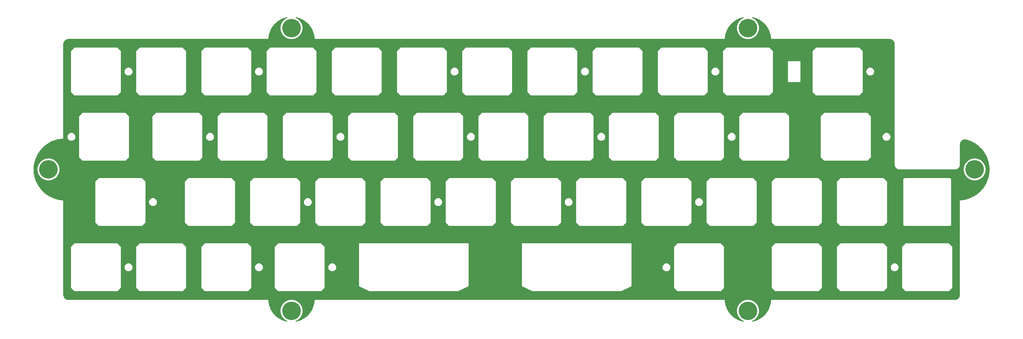
<source format=gbr>
%TF.GenerationSoftware,KiCad,Pcbnew,8.0.8*%
%TF.CreationDate,2025-02-20T20:11:23+01:00*%
%TF.ProjectId,plate split 2u OEM,706c6174-6520-4737-906c-697420327520,rev?*%
%TF.SameCoordinates,Original*%
%TF.FileFunction,Copper,L2,Bot*%
%TF.FilePolarity,Positive*%
%FSLAX46Y46*%
G04 Gerber Fmt 4.6, Leading zero omitted, Abs format (unit mm)*
G04 Created by KiCad (PCBNEW 8.0.8) date 2025-02-20 20:11:23*
%MOMM*%
%LPD*%
G01*
G04 APERTURE LIST*
%TA.AperFunction,ComponentPad*%
%ADD10C,5.400000*%
%TD*%
G04 APERTURE END LIST*
D10*
%TO.P,,1*%
%TO.N,N/C*%
X283731249Y-80168749D03*
%TD*%
%TO.P,,1*%
%TO.N,N/C*%
X84137499Y-38893750D03*
%TD*%
%TO.P,,1*%
%TO.N,N/C*%
X217487500Y-38893751D03*
%TD*%
%TO.P,,1*%
%TO.N,N/C*%
X84137499Y-121443750D03*
%TD*%
%TO.P,,1*%
%TO.N,N/C*%
X13131250Y-80168750D03*
%TD*%
%TO.P,,1*%
%TO.N,N/C*%
X217487500Y-121443750D03*
%TD*%
%TA.AperFunction,Conductor*%
%TO.N,GND*%
G36*
X218846131Y-35725690D02*
G01*
X219275609Y-35825577D01*
X219284688Y-35828057D01*
X219770024Y-35980683D01*
X219778889Y-35983847D01*
X220251200Y-36172963D01*
X220259801Y-36176792D01*
X220716356Y-36401304D01*
X220724648Y-36405782D01*
X221162783Y-36664376D01*
X221170704Y-36669468D01*
X221494008Y-36895128D01*
X221587890Y-36960656D01*
X221595421Y-36966351D01*
X221989229Y-37288432D01*
X221996306Y-37294685D01*
X222364455Y-37645793D01*
X222371035Y-37652565D01*
X222711404Y-38030678D01*
X222717450Y-38037932D01*
X223028060Y-38440850D01*
X223033536Y-38448543D01*
X223312572Y-38873911D01*
X223317447Y-38881998D01*
X223563323Y-39327399D01*
X223567569Y-39335834D01*
X223778827Y-39798632D01*
X223782418Y-39807365D01*
X223957844Y-40284891D01*
X223960761Y-40293872D01*
X224099347Y-40783388D01*
X224101571Y-40792565D01*
X224202499Y-41291184D01*
X224204019Y-41300504D01*
X224266786Y-41805956D01*
X224267531Y-41814200D01*
X224279168Y-42018921D01*
X224282000Y-42068750D01*
X258848792Y-42068750D01*
X258851223Y-42068774D01*
X258853283Y-42068814D01*
X258959345Y-42070894D01*
X258976297Y-42072396D01*
X259191082Y-42106414D01*
X259209986Y-42110952D01*
X259415639Y-42177771D01*
X259433614Y-42185217D01*
X259533305Y-42236011D01*
X259626277Y-42283381D01*
X259642865Y-42293546D01*
X259817795Y-42420637D01*
X259832591Y-42433273D01*
X259985492Y-42586168D01*
X259998129Y-42600964D01*
X260125227Y-42775893D01*
X260135393Y-42792482D01*
X260233562Y-42985137D01*
X260241009Y-43003114D01*
X260307831Y-43208754D01*
X260312374Y-43227673D01*
X260346394Y-43442423D01*
X260347898Y-43459441D01*
X260349878Y-43562438D01*
X260349976Y-43567527D01*
X260349977Y-43567552D01*
X260350000Y-43569936D01*
X260350000Y-78668753D01*
X260352316Y-78786616D01*
X260352316Y-78786623D01*
X260389199Y-79019450D01*
X260418634Y-79110031D01*
X260462053Y-79243647D01*
X260569079Y-79453687D01*
X260707646Y-79644399D01*
X260874339Y-79811087D01*
X261065055Y-79949647D01*
X261275099Y-80056667D01*
X261275101Y-80056667D01*
X261275104Y-80056669D01*
X261275103Y-80056669D01*
X261499290Y-80129510D01*
X261499295Y-80129511D01*
X261499298Y-80129512D01*
X261732132Y-80166388D01*
X261791066Y-80167569D01*
X261849994Y-80168750D01*
X277900000Y-80168750D01*
X277900009Y-80168750D01*
X277900060Y-80168749D01*
X280525706Y-80168749D01*
X280545861Y-80527651D01*
X280545863Y-80527663D01*
X280606075Y-80882045D01*
X280606077Y-80882054D01*
X280705588Y-81227467D01*
X280705588Y-81227469D01*
X280705590Y-81227473D01*
X280807223Y-81472835D01*
X280843154Y-81559580D01*
X281017038Y-81874202D01*
X281225055Y-82167372D01*
X281464588Y-82435410D01*
X281732626Y-82674943D01*
X282025797Y-82882960D01*
X282340416Y-83056843D01*
X282672525Y-83194408D01*
X283017949Y-83293922D01*
X283372342Y-83354136D01*
X283731249Y-83374292D01*
X284090156Y-83354136D01*
X284444549Y-83293922D01*
X284789973Y-83194408D01*
X285122082Y-83056843D01*
X285436701Y-82882960D01*
X285729872Y-82674943D01*
X285997910Y-82435410D01*
X286237443Y-82167372D01*
X286445460Y-81874201D01*
X286619343Y-81559582D01*
X286756908Y-81227473D01*
X286856422Y-80882049D01*
X286916636Y-80527656D01*
X286936792Y-80168749D01*
X286916636Y-79809842D01*
X286856422Y-79455449D01*
X286756908Y-79110025D01*
X286619343Y-78777916D01*
X286445460Y-78463297D01*
X286237443Y-78170126D01*
X285997910Y-77902088D01*
X285729872Y-77662555D01*
X285703369Y-77643750D01*
X285436703Y-77454539D01*
X285122080Y-77280654D01*
X285035335Y-77244723D01*
X284789973Y-77143090D01*
X284789969Y-77143088D01*
X284789967Y-77143088D01*
X284444554Y-77043577D01*
X284444545Y-77043575D01*
X284090163Y-76983363D01*
X284090151Y-76983361D01*
X283731249Y-76963206D01*
X283372346Y-76983361D01*
X283372334Y-76983363D01*
X283017952Y-77043575D01*
X283017943Y-77043577D01*
X282672530Y-77143088D01*
X282340417Y-77280654D01*
X282025794Y-77454539D01*
X281732626Y-77662554D01*
X281464588Y-77902088D01*
X281225054Y-78170126D01*
X281017039Y-78463294D01*
X280843154Y-78777917D01*
X280705588Y-79110030D01*
X280606077Y-79455443D01*
X280606075Y-79455452D01*
X280545863Y-79809834D01*
X280545861Y-79809846D01*
X280525706Y-80168749D01*
X277900060Y-80168749D01*
X277981603Y-80167149D01*
X278017872Y-80166438D01*
X278250714Y-80129560D01*
X278250719Y-80129558D01*
X278250721Y-80129558D01*
X278474915Y-80056715D01*
X278474917Y-80056713D01*
X278474920Y-80056713D01*
X278684971Y-79949689D01*
X278875693Y-79811125D01*
X279042392Y-79644432D01*
X279180963Y-79453713D01*
X279180976Y-79453689D01*
X279287988Y-79243678D01*
X279287988Y-79243677D01*
X279287994Y-79243666D01*
X279360848Y-79019462D01*
X279397734Y-78786622D01*
X279399871Y-78675471D01*
X279400000Y-78668755D01*
X279400000Y-72866014D01*
X279400024Y-72863593D01*
X279401588Y-72783518D01*
X279402249Y-72749696D01*
X279403915Y-72731720D01*
X279441636Y-72505813D01*
X279446669Y-72485955D01*
X279520683Y-72270507D01*
X279528912Y-72251762D01*
X279637403Y-72051446D01*
X279648607Y-72034310D01*
X279788613Y-71854593D01*
X279802489Y-71839536D01*
X279970174Y-71685342D01*
X279986343Y-71672773D01*
X280177138Y-71548303D01*
X280195158Y-71538567D01*
X280403847Y-71447221D01*
X280423227Y-71440586D01*
X280644109Y-71384862D01*
X280664312Y-71381510D01*
X280891363Y-71362927D01*
X280911840Y-71362948D01*
X281140059Y-71382117D01*
X281157909Y-71384940D01*
X281268399Y-71410795D01*
X281271645Y-71411602D01*
X281556454Y-71486581D01*
X281563333Y-71488607D01*
X282037795Y-71643521D01*
X282125968Y-71672310D01*
X282133697Y-71675121D01*
X282682393Y-71895507D01*
X282689918Y-71898822D01*
X282988489Y-72042412D01*
X283222846Y-72155120D01*
X283230134Y-72158928D01*
X283744872Y-72449975D01*
X283751871Y-72454244D01*
X284186023Y-72739276D01*
X284246193Y-72778779D01*
X284252911Y-72783515D01*
X284665687Y-73095546D01*
X284724636Y-73140107D01*
X284731024Y-73145278D01*
X285178068Y-73532354D01*
X285184097Y-73537934D01*
X285604488Y-73953783D01*
X285610140Y-73959757D01*
X286002057Y-74402578D01*
X286007300Y-74408915D01*
X286368979Y-74876716D01*
X286373791Y-74883386D01*
X286703664Y-75374134D01*
X286708024Y-75381108D01*
X287004655Y-75892670D01*
X287008542Y-75899918D01*
X287270598Y-76429998D01*
X287273996Y-76437487D01*
X287500336Y-76983771D01*
X287503231Y-76991470D01*
X287692862Y-77551563D01*
X287695240Y-77559436D01*
X287847330Y-78130883D01*
X287849180Y-78138897D01*
X287963048Y-78719147D01*
X287964363Y-78727265D01*
X288039515Y-79313780D01*
X288040290Y-79321968D01*
X288076399Y-79912212D01*
X288076628Y-79920434D01*
X288073530Y-80511742D01*
X288073214Y-80519960D01*
X288030926Y-81109753D01*
X288030067Y-81117933D01*
X287948767Y-81703669D01*
X287947366Y-81711773D01*
X287827426Y-82290787D01*
X287825492Y-82298781D01*
X287667427Y-82868593D01*
X287664967Y-82876441D01*
X287469475Y-83434523D01*
X287466500Y-83442190D01*
X287234448Y-83986077D01*
X287230971Y-83993531D01*
X286963374Y-84520835D01*
X286959411Y-84528042D01*
X286657444Y-85036455D01*
X286653012Y-85043383D01*
X286318005Y-85530663D01*
X286313123Y-85537282D01*
X285946562Y-86001267D01*
X285941253Y-86007548D01*
X285544721Y-86446235D01*
X285539006Y-86452150D01*
X285114280Y-86863572D01*
X285108186Y-86869095D01*
X284657133Y-87251446D01*
X284650687Y-87256554D01*
X284175239Y-87608194D01*
X284168467Y-87612862D01*
X283670803Y-87932178D01*
X283663738Y-87936388D01*
X283145971Y-88222030D01*
X283138642Y-88225762D01*
X282603069Y-88476456D01*
X282595508Y-88479693D01*
X282044534Y-88694318D01*
X282036776Y-88697048D01*
X281472753Y-88874687D01*
X281464831Y-88876896D01*
X280890281Y-89016752D01*
X280882229Y-89018431D01*
X280299682Y-89119891D01*
X280291537Y-89121033D01*
X279703032Y-89183706D01*
X279695842Y-89184261D01*
X279400000Y-89198450D01*
X279400000Y-116767535D01*
X279399976Y-116769972D01*
X279397851Y-116878083D01*
X279396348Y-116895047D01*
X279362327Y-117109811D01*
X279357784Y-117128732D01*
X279290962Y-117334366D01*
X279283516Y-117352341D01*
X279185350Y-117544993D01*
X279175183Y-117561583D01*
X279048092Y-117736501D01*
X279035455Y-117751297D01*
X278882559Y-117904188D01*
X278867763Y-117916824D01*
X278692839Y-118043911D01*
X278676248Y-118054078D01*
X278483594Y-118152237D01*
X278465618Y-118159682D01*
X278259982Y-118226496D01*
X278241062Y-118231038D01*
X278026275Y-118265056D01*
X278009363Y-118266558D01*
X277908045Y-118268588D01*
X277901246Y-118268725D01*
X277898764Y-118268750D01*
X224282000Y-118268750D01*
X224267531Y-118523299D01*
X224266786Y-118531543D01*
X224204019Y-119036995D01*
X224202499Y-119046315D01*
X224101571Y-119544934D01*
X224099347Y-119554111D01*
X223960761Y-120043627D01*
X223957844Y-120052608D01*
X223782418Y-120530134D01*
X223778827Y-120538867D01*
X223567569Y-121001665D01*
X223563323Y-121010100D01*
X223317447Y-121455501D01*
X223312572Y-121463588D01*
X223033536Y-121888956D01*
X223028060Y-121896649D01*
X222717450Y-122299567D01*
X222711404Y-122306821D01*
X222371035Y-122684934D01*
X222364455Y-122691706D01*
X221996306Y-123042814D01*
X221989229Y-123049067D01*
X221595421Y-123371148D01*
X221587890Y-123376843D01*
X221170715Y-123668024D01*
X221162771Y-123673130D01*
X220724656Y-123931713D01*
X220716347Y-123936200D01*
X220259813Y-124160701D01*
X220251187Y-124164542D01*
X219778903Y-124353647D01*
X219770009Y-124356821D01*
X219284703Y-124509438D01*
X219275594Y-124511926D01*
X218846144Y-124611806D01*
X218776388Y-124607819D01*
X218719861Y-124566753D01*
X218694509Y-124501645D01*
X218708382Y-124433166D01*
X218757075Y-124383059D01*
X218770602Y-124376468D01*
X218878326Y-124331847D01*
X218878327Y-124331846D01*
X218878333Y-124331844D01*
X219192952Y-124157961D01*
X219486123Y-123949944D01*
X219754161Y-123710411D01*
X219993694Y-123442373D01*
X220201711Y-123149202D01*
X220375594Y-122834583D01*
X220513159Y-122502474D01*
X220612673Y-122157050D01*
X220672887Y-121802657D01*
X220693043Y-121443750D01*
X220672887Y-121084843D01*
X220612673Y-120730450D01*
X220513159Y-120385026D01*
X220375594Y-120052917D01*
X220201711Y-119738298D01*
X219993694Y-119445127D01*
X219754161Y-119177089D01*
X219486123Y-118937556D01*
X219486122Y-118937555D01*
X219192954Y-118729540D01*
X218878331Y-118555655D01*
X218791586Y-118519724D01*
X218546224Y-118418091D01*
X218546220Y-118418089D01*
X218546218Y-118418089D01*
X218200805Y-118318578D01*
X218200796Y-118318576D01*
X217846414Y-118258364D01*
X217846402Y-118258362D01*
X217487500Y-118238207D01*
X217128597Y-118258362D01*
X217128585Y-118258364D01*
X216774203Y-118318576D01*
X216774194Y-118318578D01*
X216428781Y-118418089D01*
X216096668Y-118555655D01*
X215782045Y-118729540D01*
X215488877Y-118937555D01*
X215220839Y-119177089D01*
X214981305Y-119445127D01*
X214773290Y-119738295D01*
X214599405Y-120052918D01*
X214461839Y-120385031D01*
X214362328Y-120730444D01*
X214362326Y-120730453D01*
X214302114Y-121084835D01*
X214302112Y-121084847D01*
X214281957Y-121443750D01*
X214302112Y-121802652D01*
X214302114Y-121802664D01*
X214362326Y-122157046D01*
X214362328Y-122157055D01*
X214461839Y-122502468D01*
X214599405Y-122834581D01*
X214773290Y-123149204D01*
X214981305Y-123442372D01*
X214981306Y-123442373D01*
X215220839Y-123710411D01*
X215488877Y-123949944D01*
X215782048Y-124157961D01*
X216096667Y-124331844D01*
X216192548Y-124371559D01*
X216204398Y-124376468D01*
X216258801Y-124420309D01*
X216280866Y-124486603D01*
X216263587Y-124554303D01*
X216212449Y-124601913D01*
X216143690Y-124614319D01*
X216128855Y-124611806D01*
X215699405Y-124511926D01*
X215690296Y-124509438D01*
X215204990Y-124356821D01*
X215196096Y-124353647D01*
X214723812Y-124164542D01*
X214715186Y-124160701D01*
X214258652Y-123936200D01*
X214250343Y-123931713D01*
X214179693Y-123890014D01*
X213812223Y-123673127D01*
X213804284Y-123668024D01*
X213387109Y-123376843D01*
X213379578Y-123371148D01*
X212985770Y-123049067D01*
X212978693Y-123042814D01*
X212610544Y-122691706D01*
X212603964Y-122684934D01*
X212263595Y-122306821D01*
X212257549Y-122299567D01*
X211946939Y-121896649D01*
X211941463Y-121888956D01*
X211662427Y-121463588D01*
X211657552Y-121455501D01*
X211411676Y-121010100D01*
X211407430Y-121001665D01*
X211196166Y-120538854D01*
X211192586Y-120530148D01*
X211017153Y-120052603D01*
X211014238Y-120043627D01*
X210927796Y-119738295D01*
X210875648Y-119554096D01*
X210873431Y-119544949D01*
X210772499Y-119046309D01*
X210770980Y-119036995D01*
X210758632Y-118937555D01*
X210708211Y-118531524D01*
X210707469Y-118523316D01*
X210693000Y-118268750D01*
X90932000Y-118268750D01*
X90917531Y-118523299D01*
X90916786Y-118531543D01*
X90854019Y-119036995D01*
X90852499Y-119046315D01*
X90751571Y-119544934D01*
X90749347Y-119554111D01*
X90610761Y-120043627D01*
X90607844Y-120052608D01*
X90432418Y-120530134D01*
X90428827Y-120538867D01*
X90217569Y-121001665D01*
X90213323Y-121010100D01*
X89967447Y-121455501D01*
X89962572Y-121463588D01*
X89683536Y-121888956D01*
X89678060Y-121896649D01*
X89367450Y-122299567D01*
X89361404Y-122306821D01*
X89021035Y-122684934D01*
X89014455Y-122691706D01*
X88646306Y-123042814D01*
X88639229Y-123049067D01*
X88245421Y-123371148D01*
X88237890Y-123376843D01*
X87820715Y-123668024D01*
X87812771Y-123673130D01*
X87374656Y-123931713D01*
X87366347Y-123936200D01*
X86909813Y-124160701D01*
X86901187Y-124164542D01*
X86428903Y-124353647D01*
X86420009Y-124356821D01*
X85934703Y-124509438D01*
X85925594Y-124511926D01*
X85496142Y-124611806D01*
X85426386Y-124607819D01*
X85369859Y-124566753D01*
X85344507Y-124501644D01*
X85358380Y-124433166D01*
X85407073Y-124383059D01*
X85420595Y-124376470D01*
X85528332Y-124331844D01*
X85842951Y-124157961D01*
X86136122Y-123949944D01*
X86404160Y-123710411D01*
X86643693Y-123442373D01*
X86851710Y-123149202D01*
X87025593Y-122834583D01*
X87163158Y-122502474D01*
X87262672Y-122157050D01*
X87322886Y-121802657D01*
X87343042Y-121443750D01*
X87322886Y-121084843D01*
X87262672Y-120730450D01*
X87163158Y-120385026D01*
X87025593Y-120052917D01*
X86851710Y-119738298D01*
X86643693Y-119445127D01*
X86404160Y-119177089D01*
X86136122Y-118937556D01*
X86136121Y-118937555D01*
X85842953Y-118729540D01*
X85528330Y-118555655D01*
X85441585Y-118519724D01*
X85196223Y-118418091D01*
X85196219Y-118418089D01*
X85196217Y-118418089D01*
X84850804Y-118318578D01*
X84850795Y-118318576D01*
X84496413Y-118258364D01*
X84496401Y-118258362D01*
X84137499Y-118238207D01*
X83778596Y-118258362D01*
X83778584Y-118258364D01*
X83424202Y-118318576D01*
X83424193Y-118318578D01*
X83078780Y-118418089D01*
X82746667Y-118555655D01*
X82432044Y-118729540D01*
X82138876Y-118937555D01*
X81870838Y-119177089D01*
X81631304Y-119445127D01*
X81423289Y-119738295D01*
X81249404Y-120052918D01*
X81111838Y-120385031D01*
X81012327Y-120730444D01*
X81012325Y-120730453D01*
X80952113Y-121084835D01*
X80952111Y-121084847D01*
X80931956Y-121443750D01*
X80952111Y-121802652D01*
X80952113Y-121802664D01*
X81012325Y-122157046D01*
X81012327Y-122157055D01*
X81111838Y-122502468D01*
X81249404Y-122834581D01*
X81423289Y-123149204D01*
X81631304Y-123442372D01*
X81631305Y-123442373D01*
X81870838Y-123710411D01*
X82138876Y-123949944D01*
X82432047Y-124157961D01*
X82746666Y-124331844D01*
X82746668Y-124331845D01*
X82746672Y-124331847D01*
X82854395Y-124376467D01*
X82908799Y-124420308D01*
X82930864Y-124486602D01*
X82913585Y-124554301D01*
X82862448Y-124601912D01*
X82793688Y-124614318D01*
X82778853Y-124611805D01*
X82349405Y-124511926D01*
X82340296Y-124509438D01*
X81854990Y-124356821D01*
X81846096Y-124353647D01*
X81373812Y-124164542D01*
X81365186Y-124160701D01*
X80908652Y-123936200D01*
X80900343Y-123931713D01*
X80829693Y-123890014D01*
X80462223Y-123673127D01*
X80454284Y-123668024D01*
X80037109Y-123376843D01*
X80029578Y-123371148D01*
X79635770Y-123049067D01*
X79628693Y-123042814D01*
X79260544Y-122691706D01*
X79253964Y-122684934D01*
X78913595Y-122306821D01*
X78907549Y-122299567D01*
X78596939Y-121896649D01*
X78591463Y-121888956D01*
X78312427Y-121463588D01*
X78307552Y-121455501D01*
X78061676Y-121010100D01*
X78057430Y-121001665D01*
X77846166Y-120538854D01*
X77842586Y-120530148D01*
X77667153Y-120052603D01*
X77664238Y-120043627D01*
X77577796Y-119738295D01*
X77525648Y-119554096D01*
X77523431Y-119544949D01*
X77422499Y-119046309D01*
X77420980Y-119036995D01*
X77408632Y-118937555D01*
X77358211Y-118531524D01*
X77357469Y-118523316D01*
X77343000Y-118268750D01*
X18963708Y-118268750D01*
X18961276Y-118268726D01*
X18853161Y-118266605D01*
X18836195Y-118265102D01*
X18621423Y-118231086D01*
X18602503Y-118226544D01*
X18602355Y-118226496D01*
X18555232Y-118211185D01*
X18396861Y-118159728D01*
X18378885Y-118152282D01*
X18186224Y-118054119D01*
X18169634Y-118043953D01*
X17994704Y-117916862D01*
X17979908Y-117904226D01*
X17827007Y-117751331D01*
X17814370Y-117736535D01*
X17814345Y-117736501D01*
X17687272Y-117561606D01*
X17677106Y-117545017D01*
X17578937Y-117352362D01*
X17571490Y-117334385D01*
X17504668Y-117128745D01*
X17500125Y-117109826D01*
X17466105Y-116895076D01*
X17464601Y-116878057D01*
X17462523Y-116769946D01*
X17462500Y-116767563D01*
X17462500Y-102743749D01*
X19687500Y-102743749D01*
X19687500Y-102743750D01*
X19687500Y-114743750D01*
X20687500Y-115743750D01*
X33287500Y-115743750D01*
X34287500Y-114743750D01*
X34287500Y-108637414D01*
X35364953Y-108637414D01*
X35364953Y-108850086D01*
X35404031Y-109059137D01*
X35480856Y-109257444D01*
X35480858Y-109257450D01*
X35592808Y-109438255D01*
X35592814Y-109438264D01*
X35736090Y-109595431D01*
X35905806Y-109723594D01*
X36003389Y-109772184D01*
X36096171Y-109818385D01*
X36096175Y-109818386D01*
X36096182Y-109818390D01*
X36300735Y-109876591D01*
X36512499Y-109896214D01*
X36512500Y-109896214D01*
X36512501Y-109896214D01*
X36583088Y-109889673D01*
X36724265Y-109876591D01*
X36928818Y-109818390D01*
X37119194Y-109723594D01*
X37288910Y-109595431D01*
X37432186Y-109438264D01*
X37544143Y-109257447D01*
X37620969Y-109059137D01*
X37660047Y-108850086D01*
X37662500Y-108743750D01*
X37660047Y-108637414D01*
X37620969Y-108428363D01*
X37544143Y-108230053D01*
X37432186Y-108049236D01*
X37288910Y-107892069D01*
X37119194Y-107763906D01*
X36928828Y-107669114D01*
X36928815Y-107669109D01*
X36859317Y-107649335D01*
X36724265Y-107610909D01*
X36618382Y-107601098D01*
X36512501Y-107591287D01*
X36512499Y-107591287D01*
X36300735Y-107610909D01*
X36096184Y-107669109D01*
X36096171Y-107669114D01*
X35905805Y-107763906D01*
X35736091Y-107892068D01*
X35736090Y-107892069D01*
X35592814Y-108049236D01*
X35592812Y-108049237D01*
X35592810Y-108049241D01*
X35592808Y-108049244D01*
X35480858Y-108230049D01*
X35480857Y-108230053D01*
X35404031Y-108428363D01*
X35364953Y-108637414D01*
X34287500Y-108637414D01*
X34287500Y-102743750D01*
X34287499Y-102743749D01*
X38737500Y-102743749D01*
X38737500Y-102743750D01*
X38737500Y-114743750D01*
X39737500Y-115743750D01*
X52337500Y-115743750D01*
X53337500Y-114743750D01*
X53337500Y-102743750D01*
X53337499Y-102743749D01*
X57787500Y-102743749D01*
X57787500Y-102743750D01*
X57787500Y-114743750D01*
X58787500Y-115743750D01*
X71387500Y-115743750D01*
X72387500Y-114743750D01*
X72387500Y-108637414D01*
X73464953Y-108637414D01*
X73464953Y-108850086D01*
X73504031Y-109059137D01*
X73580856Y-109257444D01*
X73580858Y-109257450D01*
X73692808Y-109438255D01*
X73692814Y-109438264D01*
X73836090Y-109595431D01*
X74005806Y-109723594D01*
X74103389Y-109772184D01*
X74196171Y-109818385D01*
X74196175Y-109818386D01*
X74196182Y-109818390D01*
X74400735Y-109876591D01*
X74612499Y-109896214D01*
X74612500Y-109896214D01*
X74612501Y-109896214D01*
X74683088Y-109889673D01*
X74824265Y-109876591D01*
X75028818Y-109818390D01*
X75219194Y-109723594D01*
X75388910Y-109595431D01*
X75532186Y-109438264D01*
X75644143Y-109257447D01*
X75720969Y-109059137D01*
X75760047Y-108850086D01*
X75762500Y-108743750D01*
X75760047Y-108637414D01*
X75720969Y-108428363D01*
X75644143Y-108230053D01*
X75532186Y-108049236D01*
X75388910Y-107892069D01*
X75219194Y-107763906D01*
X75028828Y-107669114D01*
X75028815Y-107669109D01*
X74959317Y-107649335D01*
X74824265Y-107610909D01*
X74718382Y-107601098D01*
X74612501Y-107591287D01*
X74612499Y-107591287D01*
X74400735Y-107610909D01*
X74196184Y-107669109D01*
X74196171Y-107669114D01*
X74005805Y-107763906D01*
X73836091Y-107892068D01*
X73836090Y-107892069D01*
X73692814Y-108049236D01*
X73692812Y-108049237D01*
X73692810Y-108049241D01*
X73692808Y-108049244D01*
X73580858Y-108230049D01*
X73580857Y-108230053D01*
X73504031Y-108428363D01*
X73464953Y-108637414D01*
X72387500Y-108637414D01*
X72387500Y-102743750D01*
X72387499Y-102743749D01*
X79218750Y-102743749D01*
X79218750Y-102743750D01*
X79218750Y-114743750D01*
X80218750Y-115743750D01*
X92818750Y-115743750D01*
X93818750Y-114743750D01*
X93818750Y-108637414D01*
X94896203Y-108637414D01*
X94896203Y-108850086D01*
X94935281Y-109059137D01*
X95012106Y-109257444D01*
X95012108Y-109257450D01*
X95124058Y-109438255D01*
X95124064Y-109438264D01*
X95267340Y-109595431D01*
X95437056Y-109723594D01*
X95534639Y-109772184D01*
X95627421Y-109818385D01*
X95627425Y-109818386D01*
X95627432Y-109818390D01*
X95831985Y-109876591D01*
X96043749Y-109896214D01*
X96043750Y-109896214D01*
X96043751Y-109896214D01*
X96114338Y-109889673D01*
X96255515Y-109876591D01*
X96460068Y-109818390D01*
X96650444Y-109723594D01*
X96820160Y-109595431D01*
X96963436Y-109438264D01*
X97075393Y-109257447D01*
X97152219Y-109059137D01*
X97191297Y-108850086D01*
X97193750Y-108743750D01*
X103856250Y-108743750D01*
X103856250Y-114243750D01*
X103856251Y-114243751D01*
X106856249Y-115743750D01*
X132856250Y-115743750D01*
X132856251Y-115743750D01*
X135856248Y-114243751D01*
X135856250Y-114243750D01*
X135856250Y-108743750D01*
X151481250Y-108743750D01*
X151481250Y-114243750D01*
X151481251Y-114243751D01*
X154481249Y-115743750D01*
X180481250Y-115743750D01*
X180481251Y-115743750D01*
X183481248Y-114243751D01*
X183481250Y-114243750D01*
X183481250Y-108743750D01*
X183481250Y-108637414D01*
X192527453Y-108637414D01*
X192527453Y-108850086D01*
X192566531Y-109059137D01*
X192643356Y-109257444D01*
X192643358Y-109257450D01*
X192755308Y-109438255D01*
X192755314Y-109438264D01*
X192898590Y-109595431D01*
X193068306Y-109723594D01*
X193165889Y-109772184D01*
X193258671Y-109818385D01*
X193258675Y-109818386D01*
X193258682Y-109818390D01*
X193463235Y-109876591D01*
X193674999Y-109896214D01*
X193675000Y-109896214D01*
X193675001Y-109896214D01*
X193745588Y-109889673D01*
X193886765Y-109876591D01*
X194091318Y-109818390D01*
X194281694Y-109723594D01*
X194451410Y-109595431D01*
X194594686Y-109438264D01*
X194706643Y-109257447D01*
X194783469Y-109059137D01*
X194822547Y-108850086D01*
X194825000Y-108743750D01*
X194822547Y-108637414D01*
X194783469Y-108428363D01*
X194706643Y-108230053D01*
X194594686Y-108049236D01*
X194451410Y-107892069D01*
X194281694Y-107763906D01*
X194091328Y-107669114D01*
X194091315Y-107669109D01*
X194021817Y-107649335D01*
X193886765Y-107610909D01*
X193780882Y-107601098D01*
X193675001Y-107591287D01*
X193674999Y-107591287D01*
X193463235Y-107610909D01*
X193258684Y-107669109D01*
X193258671Y-107669114D01*
X193068305Y-107763906D01*
X192898591Y-107892068D01*
X192898590Y-107892069D01*
X192755314Y-108049236D01*
X192755312Y-108049237D01*
X192755310Y-108049241D01*
X192755308Y-108049244D01*
X192643358Y-108230049D01*
X192643357Y-108230053D01*
X192566531Y-108428363D01*
X192527453Y-108637414D01*
X183481250Y-108637414D01*
X183481250Y-102743749D01*
X195900000Y-102743749D01*
X195900000Y-102743750D01*
X195900000Y-114743750D01*
X196900000Y-115743750D01*
X209500000Y-115743750D01*
X210500000Y-114743750D01*
X210500000Y-102743750D01*
X210499999Y-102743749D01*
X224475000Y-102743749D01*
X224475000Y-102743750D01*
X224475000Y-114743750D01*
X225475000Y-115743750D01*
X238075000Y-115743750D01*
X239075000Y-114743750D01*
X239075000Y-102743750D01*
X239074999Y-102743749D01*
X243525000Y-102743749D01*
X243525000Y-102743750D01*
X243525000Y-114743750D01*
X244525000Y-115743750D01*
X257125000Y-115743750D01*
X258125000Y-114743750D01*
X258125000Y-108637414D01*
X259202453Y-108637414D01*
X259202453Y-108850086D01*
X259241531Y-109059137D01*
X259318356Y-109257444D01*
X259318358Y-109257450D01*
X259430308Y-109438255D01*
X259430314Y-109438264D01*
X259573590Y-109595431D01*
X259743306Y-109723594D01*
X259840889Y-109772184D01*
X259933671Y-109818385D01*
X259933675Y-109818386D01*
X259933682Y-109818390D01*
X260138235Y-109876591D01*
X260349999Y-109896214D01*
X260350000Y-109896214D01*
X260350001Y-109896214D01*
X260420588Y-109889673D01*
X260561765Y-109876591D01*
X260766318Y-109818390D01*
X260956694Y-109723594D01*
X261126410Y-109595431D01*
X261269686Y-109438264D01*
X261381643Y-109257447D01*
X261458469Y-109059137D01*
X261497547Y-108850086D01*
X261500000Y-108743750D01*
X261497547Y-108637414D01*
X261458469Y-108428363D01*
X261381643Y-108230053D01*
X261269686Y-108049236D01*
X261126410Y-107892069D01*
X260956694Y-107763906D01*
X260766328Y-107669114D01*
X260766315Y-107669109D01*
X260696817Y-107649335D01*
X260561765Y-107610909D01*
X260455882Y-107601098D01*
X260350001Y-107591287D01*
X260349999Y-107591287D01*
X260138235Y-107610909D01*
X259933684Y-107669109D01*
X259933671Y-107669114D01*
X259743305Y-107763906D01*
X259573591Y-107892068D01*
X259573590Y-107892069D01*
X259430314Y-108049236D01*
X259430312Y-108049237D01*
X259430310Y-108049241D01*
X259430308Y-108049244D01*
X259318358Y-108230049D01*
X259318357Y-108230053D01*
X259241531Y-108428363D01*
X259202453Y-108637414D01*
X258125000Y-108637414D01*
X258125000Y-102743750D01*
X258124999Y-102743749D01*
X262575000Y-102743749D01*
X262575000Y-102743750D01*
X262575000Y-114743750D01*
X263575000Y-115743750D01*
X276175000Y-115743750D01*
X277175000Y-114743750D01*
X277175000Y-102743750D01*
X276175000Y-101743750D01*
X263574999Y-101743750D01*
X262575000Y-102743749D01*
X258124999Y-102743749D01*
X257125000Y-101743750D01*
X244524999Y-101743750D01*
X243525000Y-102743749D01*
X239074999Y-102743749D01*
X238075000Y-101743750D01*
X225474999Y-101743750D01*
X224475000Y-102743749D01*
X210499999Y-102743749D01*
X209500000Y-101743750D01*
X196899999Y-101743750D01*
X195900000Y-102743749D01*
X183481250Y-102743749D01*
X183481250Y-101743750D01*
X151481250Y-101743750D01*
X151481250Y-108743750D01*
X135856250Y-108743750D01*
X135856250Y-101743750D01*
X103856250Y-101743750D01*
X103856250Y-108743750D01*
X97193750Y-108743750D01*
X97191297Y-108637414D01*
X97152219Y-108428363D01*
X97075393Y-108230053D01*
X96963436Y-108049236D01*
X96820160Y-107892069D01*
X96650444Y-107763906D01*
X96460078Y-107669114D01*
X96460065Y-107669109D01*
X96390567Y-107649335D01*
X96255515Y-107610909D01*
X96149632Y-107601098D01*
X96043751Y-107591287D01*
X96043749Y-107591287D01*
X95831985Y-107610909D01*
X95627434Y-107669109D01*
X95627421Y-107669114D01*
X95437055Y-107763906D01*
X95267341Y-107892068D01*
X95267340Y-107892069D01*
X95124064Y-108049236D01*
X95124062Y-108049237D01*
X95124060Y-108049241D01*
X95124058Y-108049244D01*
X95012108Y-108230049D01*
X95012107Y-108230053D01*
X94935281Y-108428363D01*
X94896203Y-108637414D01*
X93818750Y-108637414D01*
X93818750Y-102743750D01*
X92818750Y-101743750D01*
X80218749Y-101743750D01*
X79218750Y-102743749D01*
X72387499Y-102743749D01*
X71387500Y-101743750D01*
X58787499Y-101743750D01*
X57787500Y-102743749D01*
X53337499Y-102743749D01*
X52337500Y-101743750D01*
X39737499Y-101743750D01*
X38737500Y-102743749D01*
X34287499Y-102743749D01*
X33287500Y-101743750D01*
X20687499Y-101743750D01*
X19687500Y-102743749D01*
X17462500Y-102743749D01*
X17462500Y-89198450D01*
X17462499Y-89198449D01*
X17165648Y-89184187D01*
X17158440Y-89183630D01*
X16567915Y-89120605D01*
X16559742Y-89119456D01*
X15975248Y-89017383D01*
X15967170Y-89015694D01*
X15390742Y-88874963D01*
X15382794Y-88872740D01*
X14817002Y-88693978D01*
X14809220Y-88691231D01*
X14256584Y-88475235D01*
X14249002Y-88471976D01*
X13711944Y-88219690D01*
X13704595Y-88215935D01*
X13185516Y-87928489D01*
X13178434Y-87924253D01*
X12679631Y-87602921D01*
X12672845Y-87598223D01*
X12196513Y-87244416D01*
X12190056Y-87239278D01*
X11738315Y-86854572D01*
X11732213Y-86849015D01*
X11321617Y-86449282D01*
X11307057Y-86435107D01*
X11301342Y-86429160D01*
X10922333Y-86007548D01*
X10904658Y-85987885D01*
X10899369Y-85981594D01*
X10532895Y-85514883D01*
X10528030Y-85508243D01*
X10208300Y-85039994D01*
X10193432Y-85018220D01*
X10189021Y-85011274D01*
X9887753Y-84500066D01*
X9883805Y-84492827D01*
X9632706Y-83993531D01*
X9617212Y-83962722D01*
X9613755Y-83955235D01*
X9503385Y-83693750D01*
X9503385Y-83693749D01*
X26831250Y-83693749D01*
X26831250Y-83693750D01*
X26831250Y-95693750D01*
X27831250Y-96693750D01*
X40431250Y-96693750D01*
X41431250Y-95693750D01*
X41431250Y-89587414D01*
X42508703Y-89587414D01*
X42508703Y-89800086D01*
X42547781Y-90009137D01*
X42624606Y-90207444D01*
X42624608Y-90207450D01*
X42736558Y-90388255D01*
X42736564Y-90388264D01*
X42879840Y-90545431D01*
X43049556Y-90673594D01*
X43147139Y-90722184D01*
X43239921Y-90768385D01*
X43239925Y-90768386D01*
X43239932Y-90768390D01*
X43444485Y-90826591D01*
X43656249Y-90846214D01*
X43656250Y-90846214D01*
X43656251Y-90846214D01*
X43726838Y-90839673D01*
X43868015Y-90826591D01*
X44072568Y-90768390D01*
X44262944Y-90673594D01*
X44432660Y-90545431D01*
X44575936Y-90388264D01*
X44687893Y-90207447D01*
X44764719Y-90009137D01*
X44803797Y-89800086D01*
X44806250Y-89693750D01*
X44803797Y-89587414D01*
X44764719Y-89378363D01*
X44687893Y-89180053D01*
X44651349Y-89121033D01*
X44575941Y-88999244D01*
X44575939Y-88999241D01*
X44575936Y-88999236D01*
X44432660Y-88842069D01*
X44262944Y-88713906D01*
X44229089Y-88697048D01*
X44072578Y-88619114D01*
X44072565Y-88619109D01*
X44003067Y-88599335D01*
X43868015Y-88560909D01*
X43762132Y-88551098D01*
X43656251Y-88541287D01*
X43656249Y-88541287D01*
X43444485Y-88560909D01*
X43239934Y-88619109D01*
X43239921Y-88619114D01*
X43049555Y-88713906D01*
X42879841Y-88842068D01*
X42879840Y-88842069D01*
X42736564Y-88999236D01*
X42736562Y-88999237D01*
X42736560Y-88999241D01*
X42736558Y-88999244D01*
X42624608Y-89180049D01*
X42624607Y-89180053D01*
X42547781Y-89378363D01*
X42508703Y-89587414D01*
X41431250Y-89587414D01*
X41431250Y-83693750D01*
X41431249Y-83693749D01*
X53025000Y-83693749D01*
X53025000Y-83693750D01*
X53025000Y-95693750D01*
X54025000Y-96693750D01*
X66625000Y-96693750D01*
X67625000Y-95693750D01*
X67625000Y-83693750D01*
X67624999Y-83693749D01*
X72075000Y-83693749D01*
X72075000Y-83693750D01*
X72075000Y-95693750D01*
X73075000Y-96693750D01*
X85675000Y-96693750D01*
X86675000Y-95693750D01*
X86675000Y-89587414D01*
X87752453Y-89587414D01*
X87752453Y-89800086D01*
X87791531Y-90009137D01*
X87868356Y-90207444D01*
X87868358Y-90207450D01*
X87980308Y-90388255D01*
X87980314Y-90388264D01*
X88123590Y-90545431D01*
X88293306Y-90673594D01*
X88390889Y-90722184D01*
X88483671Y-90768385D01*
X88483675Y-90768386D01*
X88483682Y-90768390D01*
X88688235Y-90826591D01*
X88899999Y-90846214D01*
X88900000Y-90846214D01*
X88900001Y-90846214D01*
X88970588Y-90839673D01*
X89111765Y-90826591D01*
X89316318Y-90768390D01*
X89506694Y-90673594D01*
X89676410Y-90545431D01*
X89819686Y-90388264D01*
X89931643Y-90207447D01*
X90008469Y-90009137D01*
X90047547Y-89800086D01*
X90050000Y-89693750D01*
X90047547Y-89587414D01*
X90008469Y-89378363D01*
X89931643Y-89180053D01*
X89895099Y-89121033D01*
X89819691Y-88999244D01*
X89819689Y-88999241D01*
X89819686Y-88999236D01*
X89676410Y-88842069D01*
X89506694Y-88713906D01*
X89472839Y-88697048D01*
X89316328Y-88619114D01*
X89316315Y-88619109D01*
X89246817Y-88599335D01*
X89111765Y-88560909D01*
X89005882Y-88551098D01*
X88900001Y-88541287D01*
X88899999Y-88541287D01*
X88688235Y-88560909D01*
X88483684Y-88619109D01*
X88483671Y-88619114D01*
X88293305Y-88713906D01*
X88123591Y-88842068D01*
X88123590Y-88842069D01*
X87980314Y-88999236D01*
X87980312Y-88999237D01*
X87980310Y-88999241D01*
X87980308Y-88999244D01*
X87868358Y-89180049D01*
X87868357Y-89180053D01*
X87791531Y-89378363D01*
X87752453Y-89587414D01*
X86675000Y-89587414D01*
X86675000Y-83693750D01*
X86674999Y-83693749D01*
X91125000Y-83693749D01*
X91125000Y-83693750D01*
X91125000Y-95693750D01*
X92125000Y-96693750D01*
X104725000Y-96693750D01*
X105725000Y-95693750D01*
X105725000Y-83693750D01*
X105724999Y-83693749D01*
X110175000Y-83693749D01*
X110175000Y-83693750D01*
X110175000Y-95693750D01*
X111175000Y-96693750D01*
X123775000Y-96693750D01*
X124775000Y-95693750D01*
X124775000Y-89587414D01*
X125852453Y-89587414D01*
X125852453Y-89800086D01*
X125891531Y-90009137D01*
X125968356Y-90207444D01*
X125968358Y-90207450D01*
X126080308Y-90388255D01*
X126080314Y-90388264D01*
X126223590Y-90545431D01*
X126393306Y-90673594D01*
X126490889Y-90722184D01*
X126583671Y-90768385D01*
X126583675Y-90768386D01*
X126583682Y-90768390D01*
X126788235Y-90826591D01*
X126999999Y-90846214D01*
X127000000Y-90846214D01*
X127000001Y-90846214D01*
X127070588Y-90839673D01*
X127211765Y-90826591D01*
X127416318Y-90768390D01*
X127606694Y-90673594D01*
X127776410Y-90545431D01*
X127919686Y-90388264D01*
X128031643Y-90207447D01*
X128108469Y-90009137D01*
X128147547Y-89800086D01*
X128150000Y-89693750D01*
X128147547Y-89587414D01*
X128108469Y-89378363D01*
X128031643Y-89180053D01*
X127995099Y-89121033D01*
X127919691Y-88999244D01*
X127919689Y-88999241D01*
X127919686Y-88999236D01*
X127776410Y-88842069D01*
X127606694Y-88713906D01*
X127572839Y-88697048D01*
X127416328Y-88619114D01*
X127416315Y-88619109D01*
X127346817Y-88599335D01*
X127211765Y-88560909D01*
X127105882Y-88551098D01*
X127000001Y-88541287D01*
X126999999Y-88541287D01*
X126788235Y-88560909D01*
X126583684Y-88619109D01*
X126583671Y-88619114D01*
X126393305Y-88713906D01*
X126223591Y-88842068D01*
X126223590Y-88842069D01*
X126080314Y-88999236D01*
X126080312Y-88999237D01*
X126080310Y-88999241D01*
X126080308Y-88999244D01*
X125968358Y-89180049D01*
X125968357Y-89180053D01*
X125891531Y-89378363D01*
X125852453Y-89587414D01*
X124775000Y-89587414D01*
X124775000Y-83693750D01*
X124774999Y-83693749D01*
X129225000Y-83693749D01*
X129225000Y-83693750D01*
X129225000Y-95693750D01*
X130225000Y-96693750D01*
X142825000Y-96693750D01*
X143825000Y-95693750D01*
X143825000Y-83693750D01*
X143824999Y-83693749D01*
X148275000Y-83693749D01*
X148275000Y-83693750D01*
X148275000Y-95693750D01*
X149275000Y-96693750D01*
X161875000Y-96693750D01*
X162875000Y-95693750D01*
X162875000Y-89587414D01*
X163952453Y-89587414D01*
X163952453Y-89800086D01*
X163991531Y-90009137D01*
X164068356Y-90207444D01*
X164068358Y-90207450D01*
X164180308Y-90388255D01*
X164180314Y-90388264D01*
X164323590Y-90545431D01*
X164493306Y-90673594D01*
X164590889Y-90722184D01*
X164683671Y-90768385D01*
X164683675Y-90768386D01*
X164683682Y-90768390D01*
X164888235Y-90826591D01*
X165099999Y-90846214D01*
X165100000Y-90846214D01*
X165100001Y-90846214D01*
X165170588Y-90839673D01*
X165311765Y-90826591D01*
X165516318Y-90768390D01*
X165706694Y-90673594D01*
X165876410Y-90545431D01*
X166019686Y-90388264D01*
X166131643Y-90207447D01*
X166208469Y-90009137D01*
X166247547Y-89800086D01*
X166250000Y-89693750D01*
X166247547Y-89587414D01*
X166208469Y-89378363D01*
X166131643Y-89180053D01*
X166095099Y-89121033D01*
X166019691Y-88999244D01*
X166019689Y-88999241D01*
X166019686Y-88999236D01*
X165876410Y-88842069D01*
X165706694Y-88713906D01*
X165672839Y-88697048D01*
X165516328Y-88619114D01*
X165516315Y-88619109D01*
X165446817Y-88599335D01*
X165311765Y-88560909D01*
X165205882Y-88551098D01*
X165100001Y-88541287D01*
X165099999Y-88541287D01*
X164888235Y-88560909D01*
X164683684Y-88619109D01*
X164683671Y-88619114D01*
X164493305Y-88713906D01*
X164323591Y-88842068D01*
X164323590Y-88842069D01*
X164180314Y-88999236D01*
X164180312Y-88999237D01*
X164180310Y-88999241D01*
X164180308Y-88999244D01*
X164068358Y-89180049D01*
X164068357Y-89180053D01*
X163991531Y-89378363D01*
X163952453Y-89587414D01*
X162875000Y-89587414D01*
X162875000Y-83693750D01*
X162874999Y-83693749D01*
X167325000Y-83693749D01*
X167325000Y-83693750D01*
X167325000Y-95693750D01*
X168325000Y-96693750D01*
X180925000Y-96693750D01*
X181925000Y-95693750D01*
X181925000Y-83693750D01*
X181924999Y-83693749D01*
X186375000Y-83693749D01*
X186375000Y-83693750D01*
X186375000Y-95693750D01*
X187375000Y-96693750D01*
X199975000Y-96693750D01*
X200975000Y-95693750D01*
X200975000Y-89587414D01*
X202052453Y-89587414D01*
X202052453Y-89800086D01*
X202091531Y-90009137D01*
X202168356Y-90207444D01*
X202168358Y-90207450D01*
X202280308Y-90388255D01*
X202280314Y-90388264D01*
X202423590Y-90545431D01*
X202593306Y-90673594D01*
X202690889Y-90722184D01*
X202783671Y-90768385D01*
X202783675Y-90768386D01*
X202783682Y-90768390D01*
X202988235Y-90826591D01*
X203199999Y-90846214D01*
X203200000Y-90846214D01*
X203200001Y-90846214D01*
X203270588Y-90839673D01*
X203411765Y-90826591D01*
X203616318Y-90768390D01*
X203806694Y-90673594D01*
X203976410Y-90545431D01*
X204119686Y-90388264D01*
X204231643Y-90207447D01*
X204308469Y-90009137D01*
X204347547Y-89800086D01*
X204350000Y-89693750D01*
X204347547Y-89587414D01*
X204308469Y-89378363D01*
X204231643Y-89180053D01*
X204195099Y-89121033D01*
X204119691Y-88999244D01*
X204119689Y-88999241D01*
X204119686Y-88999236D01*
X203976410Y-88842069D01*
X203806694Y-88713906D01*
X203772839Y-88697048D01*
X203616328Y-88619114D01*
X203616315Y-88619109D01*
X203546817Y-88599335D01*
X203411765Y-88560909D01*
X203305882Y-88551098D01*
X203200001Y-88541287D01*
X203199999Y-88541287D01*
X202988235Y-88560909D01*
X202783684Y-88619109D01*
X202783671Y-88619114D01*
X202593305Y-88713906D01*
X202423591Y-88842068D01*
X202423590Y-88842069D01*
X202280314Y-88999236D01*
X202280312Y-88999237D01*
X202280310Y-88999241D01*
X202280308Y-88999244D01*
X202168358Y-89180049D01*
X202168357Y-89180053D01*
X202091531Y-89378363D01*
X202052453Y-89587414D01*
X200975000Y-89587414D01*
X200975000Y-83693750D01*
X200974999Y-83693749D01*
X205425000Y-83693749D01*
X205425000Y-83693750D01*
X205425000Y-95693750D01*
X206425000Y-96693750D01*
X219025000Y-96693750D01*
X220025000Y-95693750D01*
X220025000Y-83693750D01*
X220024999Y-83693749D01*
X224475000Y-83693749D01*
X224475000Y-83693750D01*
X224475000Y-95693750D01*
X225475000Y-96693750D01*
X238075000Y-96693750D01*
X239075000Y-95693750D01*
X239075000Y-83693750D01*
X239074999Y-83693749D01*
X243525000Y-83693749D01*
X243525000Y-83693750D01*
X243525000Y-95693750D01*
X244525000Y-96693750D01*
X257125000Y-96693750D01*
X258125000Y-95693750D01*
X258125000Y-83693750D01*
X257625008Y-83193758D01*
X262875000Y-83193758D01*
X262875000Y-96193739D01*
X262877145Y-96259289D01*
X262877145Y-96259292D01*
X262911081Y-96385900D01*
X262911082Y-96385902D01*
X262976628Y-96499414D01*
X262976633Y-96499421D01*
X263069320Y-96592099D01*
X263069322Y-96592100D01*
X263069323Y-96592101D01*
X263182844Y-96657637D01*
X263182848Y-96657638D01*
X263182850Y-96657639D01*
X263309456Y-96691561D01*
X263309460Y-96691562D01*
X263375000Y-96693750D01*
X263375003Y-96693750D01*
X276375000Y-96693750D01*
X276375002Y-96693750D01*
X276379142Y-96693614D01*
X276440547Y-96691612D01*
X276567175Y-96657684D01*
X276680708Y-96592141D01*
X276773410Y-96499448D01*
X276838965Y-96385921D01*
X276872905Y-96259297D01*
X276875000Y-96193750D01*
X276875000Y-83193750D01*
X276872855Y-83128210D01*
X276838918Y-83001598D01*
X276773370Y-82888083D01*
X276773368Y-82888081D01*
X276773366Y-82888078D01*
X276680679Y-82795400D01*
X276660880Y-82783970D01*
X276567156Y-82729863D01*
X276567153Y-82729862D01*
X276567149Y-82729860D01*
X276440543Y-82695938D01*
X276407770Y-82694844D01*
X276375000Y-82693750D01*
X276374997Y-82693750D01*
X263374998Y-82693750D01*
X263309451Y-82695888D01*
X263182831Y-82729813D01*
X263182827Y-82729815D01*
X263182825Y-82729815D01*
X263182825Y-82729816D01*
X263182744Y-82729863D01*
X263069289Y-82795360D01*
X262976593Y-82888047D01*
X262976588Y-82888054D01*
X262911035Y-83001578D01*
X262877095Y-83128201D01*
X262875000Y-83193758D01*
X257625008Y-83193758D01*
X257125000Y-82693750D01*
X244524999Y-82693750D01*
X243525000Y-83693749D01*
X239074999Y-83693749D01*
X238075000Y-82693750D01*
X225474999Y-82693750D01*
X224475000Y-83693749D01*
X220024999Y-83693749D01*
X219025000Y-82693750D01*
X206424999Y-82693750D01*
X205425000Y-83693749D01*
X200974999Y-83693749D01*
X199975000Y-82693750D01*
X187374999Y-82693750D01*
X186375000Y-83693749D01*
X181924999Y-83693749D01*
X180925000Y-82693750D01*
X168324999Y-82693750D01*
X167325000Y-83693749D01*
X162874999Y-83693749D01*
X161875000Y-82693750D01*
X149274999Y-82693750D01*
X148275000Y-83693749D01*
X143824999Y-83693749D01*
X142825000Y-82693750D01*
X130224999Y-82693750D01*
X129225000Y-83693749D01*
X124774999Y-83693749D01*
X123775000Y-82693750D01*
X111174999Y-82693750D01*
X110175000Y-83693749D01*
X105724999Y-83693749D01*
X104725000Y-82693750D01*
X92124999Y-82693750D01*
X91125000Y-83693749D01*
X86674999Y-83693749D01*
X85675000Y-82693750D01*
X73074999Y-82693750D01*
X72075000Y-83693749D01*
X67624999Y-83693749D01*
X66625000Y-82693750D01*
X54024999Y-82693750D01*
X53025000Y-83693749D01*
X41431249Y-83693749D01*
X40431250Y-82693750D01*
X27831249Y-82693750D01*
X26831250Y-83693749D01*
X9503385Y-83693749D01*
X9383022Y-83408588D01*
X9380069Y-83400887D01*
X9363907Y-83354136D01*
X9186200Y-82840078D01*
X9183767Y-82832196D01*
X9155855Y-82729860D01*
X9027640Y-82259768D01*
X9025735Y-82251741D01*
X8949322Y-81874203D01*
X8908021Y-81670146D01*
X8906661Y-81662048D01*
X8827892Y-81073899D01*
X8827073Y-81065722D01*
X8787606Y-80473681D01*
X8787331Y-80465433D01*
X8787331Y-80168750D01*
X9925707Y-80168750D01*
X9945862Y-80527652D01*
X9945864Y-80527664D01*
X10006076Y-80882046D01*
X10006078Y-80882055D01*
X10105589Y-81227468D01*
X10243155Y-81559581D01*
X10417040Y-81874204D01*
X10625055Y-82167372D01*
X10625056Y-82167373D01*
X10864589Y-82435411D01*
X11132626Y-82674943D01*
X11132627Y-82674944D01*
X11302336Y-82795360D01*
X11425798Y-82882961D01*
X11740417Y-83056844D01*
X12072526Y-83194409D01*
X12417950Y-83293923D01*
X12772343Y-83354137D01*
X13131250Y-83374293D01*
X13490157Y-83354137D01*
X13844550Y-83293923D01*
X14189974Y-83194409D01*
X14522083Y-83056844D01*
X14836702Y-82882961D01*
X15129873Y-82674944D01*
X15397911Y-82435411D01*
X15637444Y-82167373D01*
X15845461Y-81874202D01*
X16019344Y-81559583D01*
X16156909Y-81227474D01*
X16256423Y-80882050D01*
X16316637Y-80527657D01*
X16336793Y-80168750D01*
X16316637Y-79809843D01*
X16256423Y-79455450D01*
X16156909Y-79110026D01*
X16019344Y-78777917D01*
X15845461Y-78463298D01*
X15637444Y-78170127D01*
X15397911Y-77902089D01*
X15129873Y-77662556D01*
X15129872Y-77662555D01*
X14836704Y-77454540D01*
X14522081Y-77280655D01*
X14435336Y-77244724D01*
X14189974Y-77143091D01*
X14189970Y-77143089D01*
X14189968Y-77143089D01*
X13844555Y-77043578D01*
X13844546Y-77043576D01*
X13490164Y-76983364D01*
X13490152Y-76983362D01*
X13131250Y-76963207D01*
X12772347Y-76983362D01*
X12772335Y-76983364D01*
X12417953Y-77043576D01*
X12417944Y-77043578D01*
X12072531Y-77143089D01*
X11740418Y-77280655D01*
X11425795Y-77454540D01*
X11132627Y-77662555D01*
X10864589Y-77902089D01*
X10625055Y-78170127D01*
X10417040Y-78463295D01*
X10243155Y-78777918D01*
X10105589Y-79110031D01*
X10006078Y-79455444D01*
X10006076Y-79455453D01*
X9945864Y-79809835D01*
X9945862Y-79809847D01*
X9925707Y-80168750D01*
X8787331Y-80168750D01*
X8787331Y-79872066D01*
X8787606Y-79863818D01*
X8802233Y-79644399D01*
X8827074Y-79271774D01*
X8827891Y-79263603D01*
X8906662Y-78675446D01*
X8908020Y-78667358D01*
X9025737Y-78085748D01*
X9027641Y-78077729D01*
X9075546Y-77902088D01*
X9183771Y-77505289D01*
X9186202Y-77497417D01*
X9380074Y-76936598D01*
X9383018Y-76928920D01*
X9613762Y-76382246D01*
X9617207Y-76374789D01*
X9883815Y-75844653D01*
X9887745Y-75837445D01*
X10189029Y-75326211D01*
X10193423Y-75319293D01*
X10528038Y-74829244D01*
X10532884Y-74822630D01*
X10899381Y-74355890D01*
X10904645Y-74349628D01*
X11301360Y-73908319D01*
X11307042Y-73902407D01*
X11732225Y-73488472D01*
X11738303Y-73482937D01*
X12190069Y-73098210D01*
X12196499Y-73093093D01*
X12672866Y-72739261D01*
X12679609Y-72734592D01*
X13178447Y-72413237D01*
X13185502Y-72409017D01*
X13704617Y-72121552D01*
X13711944Y-72117809D01*
X14249002Y-71865523D01*
X14256557Y-71862275D01*
X14809229Y-71646264D01*
X14816992Y-71643524D01*
X15382801Y-71464756D01*
X15390734Y-71462538D01*
X15967185Y-71321801D01*
X15975232Y-71320119D01*
X16559760Y-71218040D01*
X16567896Y-71216896D01*
X17158448Y-71153868D01*
X17165643Y-71153312D01*
X17462500Y-71139050D01*
X17462500Y-70537414D01*
X18696203Y-70537414D01*
X18696203Y-70750086D01*
X18735281Y-70959137D01*
X18810721Y-71153869D01*
X18812106Y-71157444D01*
X18812108Y-71157450D01*
X18849626Y-71218043D01*
X18924064Y-71338264D01*
X19067340Y-71495431D01*
X19237056Y-71623594D01*
X19282592Y-71646268D01*
X19427421Y-71718385D01*
X19427425Y-71718386D01*
X19427432Y-71718390D01*
X19631985Y-71776591D01*
X19843749Y-71796214D01*
X19843750Y-71796214D01*
X19843751Y-71796214D01*
X19914338Y-71789673D01*
X20055515Y-71776591D01*
X20260068Y-71718390D01*
X20450444Y-71623594D01*
X20620160Y-71495431D01*
X20763436Y-71338264D01*
X20875393Y-71157447D01*
X20952219Y-70959137D01*
X20991297Y-70750086D01*
X20993750Y-70643750D01*
X20991297Y-70537414D01*
X20952219Y-70328363D01*
X20875393Y-70130053D01*
X20763436Y-69949236D01*
X20620160Y-69792069D01*
X20450444Y-69663906D01*
X20260078Y-69569114D01*
X20260065Y-69569109D01*
X20190567Y-69549335D01*
X20055515Y-69510909D01*
X19949632Y-69501098D01*
X19843751Y-69491287D01*
X19843749Y-69491287D01*
X19631985Y-69510909D01*
X19427434Y-69569109D01*
X19427421Y-69569114D01*
X19237055Y-69663906D01*
X19067341Y-69792068D01*
X19067340Y-69792069D01*
X18924064Y-69949236D01*
X18924062Y-69949237D01*
X18924060Y-69949241D01*
X18924058Y-69949244D01*
X18812108Y-70130049D01*
X18812107Y-70130053D01*
X18735281Y-70328363D01*
X18696203Y-70537414D01*
X17462500Y-70537414D01*
X17462500Y-64643749D01*
X22068750Y-64643749D01*
X22068750Y-64643750D01*
X22068750Y-76643750D01*
X23068750Y-77643750D01*
X35668750Y-77643750D01*
X36668750Y-76643750D01*
X36668750Y-64643750D01*
X36668749Y-64643749D01*
X43500000Y-64643749D01*
X43500000Y-64643750D01*
X43500000Y-76643750D01*
X44500000Y-77643750D01*
X57100000Y-77643750D01*
X58100000Y-76643750D01*
X58100000Y-70537414D01*
X59177453Y-70537414D01*
X59177453Y-70750086D01*
X59216531Y-70959137D01*
X59291971Y-71153869D01*
X59293356Y-71157444D01*
X59293358Y-71157450D01*
X59330876Y-71218043D01*
X59405314Y-71338264D01*
X59548590Y-71495431D01*
X59718306Y-71623594D01*
X59763842Y-71646268D01*
X59908671Y-71718385D01*
X59908675Y-71718386D01*
X59908682Y-71718390D01*
X60113235Y-71776591D01*
X60324999Y-71796214D01*
X60325000Y-71796214D01*
X60325001Y-71796214D01*
X60395588Y-71789673D01*
X60536765Y-71776591D01*
X60741318Y-71718390D01*
X60931694Y-71623594D01*
X61101410Y-71495431D01*
X61244686Y-71338264D01*
X61356643Y-71157447D01*
X61433469Y-70959137D01*
X61472547Y-70750086D01*
X61475000Y-70643750D01*
X61472547Y-70537414D01*
X61433469Y-70328363D01*
X61356643Y-70130053D01*
X61244686Y-69949236D01*
X61101410Y-69792069D01*
X60931694Y-69663906D01*
X60741328Y-69569114D01*
X60741315Y-69569109D01*
X60671817Y-69549335D01*
X60536765Y-69510909D01*
X60430882Y-69501098D01*
X60325001Y-69491287D01*
X60324999Y-69491287D01*
X60113235Y-69510909D01*
X59908684Y-69569109D01*
X59908671Y-69569114D01*
X59718305Y-69663906D01*
X59548591Y-69792068D01*
X59548590Y-69792069D01*
X59405314Y-69949236D01*
X59405312Y-69949237D01*
X59405310Y-69949241D01*
X59405308Y-69949244D01*
X59293358Y-70130049D01*
X59293357Y-70130053D01*
X59216531Y-70328363D01*
X59177453Y-70537414D01*
X58100000Y-70537414D01*
X58100000Y-64643750D01*
X58099999Y-64643749D01*
X62550000Y-64643749D01*
X62550000Y-64643750D01*
X62550000Y-76643750D01*
X63550000Y-77643750D01*
X76150000Y-77643750D01*
X77150000Y-76643750D01*
X77150000Y-64643750D01*
X77149999Y-64643749D01*
X81600000Y-64643749D01*
X81600000Y-64643750D01*
X81600000Y-76643750D01*
X82600000Y-77643750D01*
X95200000Y-77643750D01*
X96200000Y-76643750D01*
X96200000Y-70537414D01*
X97277453Y-70537414D01*
X97277453Y-70750086D01*
X97316531Y-70959137D01*
X97391971Y-71153869D01*
X97393356Y-71157444D01*
X97393358Y-71157450D01*
X97430876Y-71218043D01*
X97505314Y-71338264D01*
X97648590Y-71495431D01*
X97818306Y-71623594D01*
X97863842Y-71646268D01*
X98008671Y-71718385D01*
X98008675Y-71718386D01*
X98008682Y-71718390D01*
X98213235Y-71776591D01*
X98424999Y-71796214D01*
X98425000Y-71796214D01*
X98425001Y-71796214D01*
X98495588Y-71789673D01*
X98636765Y-71776591D01*
X98841318Y-71718390D01*
X99031694Y-71623594D01*
X99201410Y-71495431D01*
X99344686Y-71338264D01*
X99456643Y-71157447D01*
X99533469Y-70959137D01*
X99572547Y-70750086D01*
X99575000Y-70643750D01*
X99572547Y-70537414D01*
X99533469Y-70328363D01*
X99456643Y-70130053D01*
X99344686Y-69949236D01*
X99201410Y-69792069D01*
X99031694Y-69663906D01*
X98841328Y-69569114D01*
X98841315Y-69569109D01*
X98771817Y-69549335D01*
X98636765Y-69510909D01*
X98530882Y-69501098D01*
X98425001Y-69491287D01*
X98424999Y-69491287D01*
X98213235Y-69510909D01*
X98008684Y-69569109D01*
X98008671Y-69569114D01*
X97818305Y-69663906D01*
X97648591Y-69792068D01*
X97648590Y-69792069D01*
X97505314Y-69949236D01*
X97505312Y-69949237D01*
X97505310Y-69949241D01*
X97505308Y-69949244D01*
X97393358Y-70130049D01*
X97393357Y-70130053D01*
X97316531Y-70328363D01*
X97277453Y-70537414D01*
X96200000Y-70537414D01*
X96200000Y-64643750D01*
X96199999Y-64643749D01*
X100650000Y-64643749D01*
X100650000Y-64643750D01*
X100650000Y-76643750D01*
X101650000Y-77643750D01*
X114250000Y-77643750D01*
X115250000Y-76643750D01*
X115250000Y-64643750D01*
X115249999Y-64643749D01*
X119700000Y-64643749D01*
X119700000Y-64643750D01*
X119700000Y-76643750D01*
X120700000Y-77643750D01*
X133300000Y-77643750D01*
X134300000Y-76643750D01*
X134300000Y-70537414D01*
X135377453Y-70537414D01*
X135377453Y-70750086D01*
X135416531Y-70959137D01*
X135491971Y-71153869D01*
X135493356Y-71157444D01*
X135493358Y-71157450D01*
X135530876Y-71218043D01*
X135605314Y-71338264D01*
X135748590Y-71495431D01*
X135918306Y-71623594D01*
X135963842Y-71646268D01*
X136108671Y-71718385D01*
X136108675Y-71718386D01*
X136108682Y-71718390D01*
X136313235Y-71776591D01*
X136524999Y-71796214D01*
X136525000Y-71796214D01*
X136525001Y-71796214D01*
X136595588Y-71789673D01*
X136736765Y-71776591D01*
X136941318Y-71718390D01*
X137131694Y-71623594D01*
X137301410Y-71495431D01*
X137444686Y-71338264D01*
X137556643Y-71157447D01*
X137633469Y-70959137D01*
X137672547Y-70750086D01*
X137675000Y-70643750D01*
X137672547Y-70537414D01*
X137633469Y-70328363D01*
X137556643Y-70130053D01*
X137444686Y-69949236D01*
X137301410Y-69792069D01*
X137131694Y-69663906D01*
X136941328Y-69569114D01*
X136941315Y-69569109D01*
X136871817Y-69549335D01*
X136736765Y-69510909D01*
X136630882Y-69501098D01*
X136525001Y-69491287D01*
X136524999Y-69491287D01*
X136313235Y-69510909D01*
X136108684Y-69569109D01*
X136108671Y-69569114D01*
X135918305Y-69663906D01*
X135748591Y-69792068D01*
X135748590Y-69792069D01*
X135605314Y-69949236D01*
X135605312Y-69949237D01*
X135605310Y-69949241D01*
X135605308Y-69949244D01*
X135493358Y-70130049D01*
X135493357Y-70130053D01*
X135416531Y-70328363D01*
X135377453Y-70537414D01*
X134300000Y-70537414D01*
X134300000Y-64643750D01*
X134299999Y-64643749D01*
X138750000Y-64643749D01*
X138750000Y-64643750D01*
X138750000Y-76643750D01*
X139750000Y-77643750D01*
X152350000Y-77643750D01*
X153350000Y-76643750D01*
X153350000Y-64643750D01*
X153349999Y-64643749D01*
X157800000Y-64643749D01*
X157800000Y-64643750D01*
X157800000Y-76643750D01*
X158800000Y-77643750D01*
X171400000Y-77643750D01*
X172400000Y-76643750D01*
X172400000Y-70537414D01*
X173477453Y-70537414D01*
X173477453Y-70750086D01*
X173516531Y-70959137D01*
X173591971Y-71153869D01*
X173593356Y-71157444D01*
X173593358Y-71157450D01*
X173630876Y-71218043D01*
X173705314Y-71338264D01*
X173848590Y-71495431D01*
X174018306Y-71623594D01*
X174063842Y-71646268D01*
X174208671Y-71718385D01*
X174208675Y-71718386D01*
X174208682Y-71718390D01*
X174413235Y-71776591D01*
X174624999Y-71796214D01*
X174625000Y-71796214D01*
X174625001Y-71796214D01*
X174695588Y-71789673D01*
X174836765Y-71776591D01*
X175041318Y-71718390D01*
X175231694Y-71623594D01*
X175401410Y-71495431D01*
X175544686Y-71338264D01*
X175656643Y-71157447D01*
X175733469Y-70959137D01*
X175772547Y-70750086D01*
X175775000Y-70643750D01*
X175772547Y-70537414D01*
X175733469Y-70328363D01*
X175656643Y-70130053D01*
X175544686Y-69949236D01*
X175401410Y-69792069D01*
X175231694Y-69663906D01*
X175041328Y-69569114D01*
X175041315Y-69569109D01*
X174971817Y-69549335D01*
X174836765Y-69510909D01*
X174730882Y-69501098D01*
X174625001Y-69491287D01*
X174624999Y-69491287D01*
X174413235Y-69510909D01*
X174208684Y-69569109D01*
X174208671Y-69569114D01*
X174018305Y-69663906D01*
X173848591Y-69792068D01*
X173848590Y-69792069D01*
X173705314Y-69949236D01*
X173705312Y-69949237D01*
X173705310Y-69949241D01*
X173705308Y-69949244D01*
X173593358Y-70130049D01*
X173593357Y-70130053D01*
X173516531Y-70328363D01*
X173477453Y-70537414D01*
X172400000Y-70537414D01*
X172400000Y-64643750D01*
X172399999Y-64643749D01*
X176850000Y-64643749D01*
X176850000Y-64643750D01*
X176850000Y-76643750D01*
X177850000Y-77643750D01*
X190450000Y-77643750D01*
X191450000Y-76643750D01*
X191450000Y-64643750D01*
X191449999Y-64643749D01*
X195900000Y-64643749D01*
X195900000Y-64643750D01*
X195900000Y-76643750D01*
X196900000Y-77643750D01*
X209500000Y-77643750D01*
X210500000Y-76643750D01*
X210500000Y-70537414D01*
X211577453Y-70537414D01*
X211577453Y-70750086D01*
X211616531Y-70959137D01*
X211691971Y-71153869D01*
X211693356Y-71157444D01*
X211693358Y-71157450D01*
X211730876Y-71218043D01*
X211805314Y-71338264D01*
X211948590Y-71495431D01*
X212118306Y-71623594D01*
X212163842Y-71646268D01*
X212308671Y-71718385D01*
X212308675Y-71718386D01*
X212308682Y-71718390D01*
X212513235Y-71776591D01*
X212724999Y-71796214D01*
X212725000Y-71796214D01*
X212725001Y-71796214D01*
X212795588Y-71789673D01*
X212936765Y-71776591D01*
X213141318Y-71718390D01*
X213331694Y-71623594D01*
X213501410Y-71495431D01*
X213644686Y-71338264D01*
X213756643Y-71157447D01*
X213833469Y-70959137D01*
X213872547Y-70750086D01*
X213875000Y-70643750D01*
X213872547Y-70537414D01*
X213833469Y-70328363D01*
X213756643Y-70130053D01*
X213644686Y-69949236D01*
X213501410Y-69792069D01*
X213331694Y-69663906D01*
X213141328Y-69569114D01*
X213141315Y-69569109D01*
X213071817Y-69549335D01*
X212936765Y-69510909D01*
X212830882Y-69501098D01*
X212725001Y-69491287D01*
X212724999Y-69491287D01*
X212513235Y-69510909D01*
X212308684Y-69569109D01*
X212308671Y-69569114D01*
X212118305Y-69663906D01*
X211948591Y-69792068D01*
X211948590Y-69792069D01*
X211805314Y-69949236D01*
X211805312Y-69949237D01*
X211805310Y-69949241D01*
X211805308Y-69949244D01*
X211693358Y-70130049D01*
X211693357Y-70130053D01*
X211616531Y-70328363D01*
X211577453Y-70537414D01*
X210500000Y-70537414D01*
X210500000Y-64643750D01*
X210499999Y-64643749D01*
X214950000Y-64643749D01*
X214950000Y-64643750D01*
X214950000Y-76643750D01*
X215950000Y-77643750D01*
X228550000Y-77643750D01*
X229550000Y-76643750D01*
X229550000Y-64643750D01*
X229549999Y-64643749D01*
X238762500Y-64643749D01*
X238762500Y-64643750D01*
X238762500Y-76643750D01*
X239762500Y-77643750D01*
X252362500Y-77643750D01*
X253362500Y-76643750D01*
X253362500Y-70537414D01*
X256821203Y-70537414D01*
X256821203Y-70750086D01*
X256860281Y-70959137D01*
X256935721Y-71153869D01*
X256937106Y-71157444D01*
X256937108Y-71157450D01*
X256974626Y-71218043D01*
X257049064Y-71338264D01*
X257192340Y-71495431D01*
X257362056Y-71623594D01*
X257407592Y-71646268D01*
X257552421Y-71718385D01*
X257552425Y-71718386D01*
X257552432Y-71718390D01*
X257756985Y-71776591D01*
X257968749Y-71796214D01*
X257968750Y-71796214D01*
X257968751Y-71796214D01*
X258039338Y-71789673D01*
X258180515Y-71776591D01*
X258385068Y-71718390D01*
X258575444Y-71623594D01*
X258745160Y-71495431D01*
X258888436Y-71338264D01*
X259000393Y-71157447D01*
X259077219Y-70959137D01*
X259116297Y-70750086D01*
X259118750Y-70643750D01*
X259116297Y-70537414D01*
X259077219Y-70328363D01*
X259000393Y-70130053D01*
X258888436Y-69949236D01*
X258745160Y-69792069D01*
X258575444Y-69663906D01*
X258385078Y-69569114D01*
X258385065Y-69569109D01*
X258315567Y-69549335D01*
X258180515Y-69510909D01*
X258074632Y-69501098D01*
X257968751Y-69491287D01*
X257968749Y-69491287D01*
X257756985Y-69510909D01*
X257552434Y-69569109D01*
X257552421Y-69569114D01*
X257362055Y-69663906D01*
X257192341Y-69792068D01*
X257192340Y-69792069D01*
X257049064Y-69949236D01*
X257049062Y-69949237D01*
X257049060Y-69949241D01*
X257049058Y-69949244D01*
X256937108Y-70130049D01*
X256937107Y-70130053D01*
X256860281Y-70328363D01*
X256821203Y-70537414D01*
X253362500Y-70537414D01*
X253362500Y-64643750D01*
X252362500Y-63643750D01*
X239762499Y-63643750D01*
X238762500Y-64643749D01*
X229549999Y-64643749D01*
X228550000Y-63643750D01*
X215949999Y-63643750D01*
X214950000Y-64643749D01*
X210499999Y-64643749D01*
X209500000Y-63643750D01*
X196899999Y-63643750D01*
X195900000Y-64643749D01*
X191449999Y-64643749D01*
X190450000Y-63643750D01*
X177849999Y-63643750D01*
X176850000Y-64643749D01*
X172399999Y-64643749D01*
X171400000Y-63643750D01*
X158799999Y-63643750D01*
X157800000Y-64643749D01*
X153349999Y-64643749D01*
X152350000Y-63643750D01*
X139749999Y-63643750D01*
X138750000Y-64643749D01*
X134299999Y-64643749D01*
X133300000Y-63643750D01*
X120699999Y-63643750D01*
X119700000Y-64643749D01*
X115249999Y-64643749D01*
X114250000Y-63643750D01*
X101649999Y-63643750D01*
X100650000Y-64643749D01*
X96199999Y-64643749D01*
X95200000Y-63643750D01*
X82599999Y-63643750D01*
X81600000Y-64643749D01*
X77149999Y-64643749D01*
X76150000Y-63643750D01*
X63549999Y-63643750D01*
X62550000Y-64643749D01*
X58099999Y-64643749D01*
X57100000Y-63643750D01*
X44499999Y-63643750D01*
X43500000Y-64643749D01*
X36668749Y-64643749D01*
X35668750Y-63643750D01*
X23068749Y-63643750D01*
X22068750Y-64643749D01*
X17462500Y-64643749D01*
X17462500Y-45593749D01*
X19687500Y-45593749D01*
X19687500Y-45593750D01*
X19687500Y-57593750D01*
X20687500Y-58593750D01*
X33287500Y-58593750D01*
X34287500Y-57593750D01*
X34287500Y-51487414D01*
X35364953Y-51487414D01*
X35364953Y-51700086D01*
X35404031Y-51909137D01*
X35480856Y-52107444D01*
X35480858Y-52107450D01*
X35592808Y-52288255D01*
X35592814Y-52288264D01*
X35736090Y-52445431D01*
X35905806Y-52573594D01*
X36003389Y-52622184D01*
X36096171Y-52668385D01*
X36096175Y-52668386D01*
X36096182Y-52668390D01*
X36300735Y-52726591D01*
X36512499Y-52746214D01*
X36512500Y-52746214D01*
X36512501Y-52746214D01*
X36583088Y-52739673D01*
X36724265Y-52726591D01*
X36928818Y-52668390D01*
X37119194Y-52573594D01*
X37288910Y-52445431D01*
X37432186Y-52288264D01*
X37544143Y-52107447D01*
X37620969Y-51909137D01*
X37660047Y-51700086D01*
X37662500Y-51593750D01*
X37660047Y-51487414D01*
X37620969Y-51278363D01*
X37544143Y-51080053D01*
X37432186Y-50899236D01*
X37288910Y-50742069D01*
X37119194Y-50613906D01*
X36928828Y-50519114D01*
X36928815Y-50519109D01*
X36859317Y-50499335D01*
X36724265Y-50460909D01*
X36618382Y-50451098D01*
X36512501Y-50441287D01*
X36512499Y-50441287D01*
X36300735Y-50460909D01*
X36096184Y-50519109D01*
X36096171Y-50519114D01*
X35905805Y-50613906D01*
X35736091Y-50742068D01*
X35736090Y-50742069D01*
X35592814Y-50899236D01*
X35592812Y-50899237D01*
X35592810Y-50899241D01*
X35592808Y-50899244D01*
X35480858Y-51080049D01*
X35480857Y-51080053D01*
X35404031Y-51278363D01*
X35364953Y-51487414D01*
X34287500Y-51487414D01*
X34287500Y-45593750D01*
X34287499Y-45593749D01*
X38737500Y-45593749D01*
X38737500Y-45593750D01*
X38737500Y-57593750D01*
X39737500Y-58593750D01*
X52337500Y-58593750D01*
X53337500Y-57593750D01*
X53337500Y-45593750D01*
X53337499Y-45593749D01*
X57787500Y-45593749D01*
X57787500Y-45593750D01*
X57787500Y-57593750D01*
X58787500Y-58593750D01*
X71387500Y-58593750D01*
X72387500Y-57593750D01*
X72387500Y-51487414D01*
X73464953Y-51487414D01*
X73464953Y-51700086D01*
X73504031Y-51909137D01*
X73580856Y-52107444D01*
X73580858Y-52107450D01*
X73692808Y-52288255D01*
X73692814Y-52288264D01*
X73836090Y-52445431D01*
X74005806Y-52573594D01*
X74103389Y-52622184D01*
X74196171Y-52668385D01*
X74196175Y-52668386D01*
X74196182Y-52668390D01*
X74400735Y-52726591D01*
X74612499Y-52746214D01*
X74612500Y-52746214D01*
X74612501Y-52746214D01*
X74683088Y-52739673D01*
X74824265Y-52726591D01*
X75028818Y-52668390D01*
X75219194Y-52573594D01*
X75388910Y-52445431D01*
X75532186Y-52288264D01*
X75644143Y-52107447D01*
X75720969Y-51909137D01*
X75760047Y-51700086D01*
X75762500Y-51593750D01*
X75760047Y-51487414D01*
X75720969Y-51278363D01*
X75644143Y-51080053D01*
X75532186Y-50899236D01*
X75388910Y-50742069D01*
X75219194Y-50613906D01*
X75028828Y-50519114D01*
X75028815Y-50519109D01*
X74959317Y-50499335D01*
X74824265Y-50460909D01*
X74718382Y-50451098D01*
X74612501Y-50441287D01*
X74612499Y-50441287D01*
X74400735Y-50460909D01*
X74196184Y-50519109D01*
X74196171Y-50519114D01*
X74005805Y-50613906D01*
X73836091Y-50742068D01*
X73836090Y-50742069D01*
X73692814Y-50899236D01*
X73692812Y-50899237D01*
X73692810Y-50899241D01*
X73692808Y-50899244D01*
X73580858Y-51080049D01*
X73580857Y-51080053D01*
X73504031Y-51278363D01*
X73464953Y-51487414D01*
X72387500Y-51487414D01*
X72387500Y-45593750D01*
X72387499Y-45593749D01*
X76837500Y-45593749D01*
X76837500Y-45593750D01*
X76837500Y-57593750D01*
X77837500Y-58593750D01*
X90437500Y-58593750D01*
X91437500Y-57593750D01*
X91437500Y-45593750D01*
X91437499Y-45593749D01*
X95887500Y-45593749D01*
X95887500Y-45593750D01*
X95887500Y-57593750D01*
X96887500Y-58593750D01*
X109487500Y-58593750D01*
X110487500Y-57593750D01*
X110487500Y-45593750D01*
X110487499Y-45593749D01*
X114937500Y-45593749D01*
X114937500Y-45593750D01*
X114937500Y-57593750D01*
X115937500Y-58593750D01*
X128537500Y-58593750D01*
X129537500Y-57593750D01*
X129537500Y-51487414D01*
X130614953Y-51487414D01*
X130614953Y-51700086D01*
X130654031Y-51909137D01*
X130730856Y-52107444D01*
X130730858Y-52107450D01*
X130842808Y-52288255D01*
X130842814Y-52288264D01*
X130986090Y-52445431D01*
X131155806Y-52573594D01*
X131253389Y-52622184D01*
X131346171Y-52668385D01*
X131346175Y-52668386D01*
X131346182Y-52668390D01*
X131550735Y-52726591D01*
X131762499Y-52746214D01*
X131762500Y-52746214D01*
X131762501Y-52746214D01*
X131833088Y-52739673D01*
X131974265Y-52726591D01*
X132178818Y-52668390D01*
X132369194Y-52573594D01*
X132538910Y-52445431D01*
X132682186Y-52288264D01*
X132794143Y-52107447D01*
X132870969Y-51909137D01*
X132910047Y-51700086D01*
X132912500Y-51593750D01*
X132910047Y-51487414D01*
X132870969Y-51278363D01*
X132794143Y-51080053D01*
X132682186Y-50899236D01*
X132538910Y-50742069D01*
X132369194Y-50613906D01*
X132178828Y-50519114D01*
X132178815Y-50519109D01*
X132109317Y-50499335D01*
X131974265Y-50460909D01*
X131868382Y-50451098D01*
X131762501Y-50441287D01*
X131762499Y-50441287D01*
X131550735Y-50460909D01*
X131346184Y-50519109D01*
X131346171Y-50519114D01*
X131155805Y-50613906D01*
X130986091Y-50742068D01*
X130986090Y-50742069D01*
X130842814Y-50899236D01*
X130842812Y-50899237D01*
X130842810Y-50899241D01*
X130842808Y-50899244D01*
X130730858Y-51080049D01*
X130730857Y-51080053D01*
X130654031Y-51278363D01*
X130614953Y-51487414D01*
X129537500Y-51487414D01*
X129537500Y-45593750D01*
X129537499Y-45593749D01*
X133987500Y-45593749D01*
X133987500Y-45593750D01*
X133987500Y-57593750D01*
X134987500Y-58593750D01*
X147587500Y-58593750D01*
X148587500Y-57593750D01*
X148587500Y-45593750D01*
X148587499Y-45593749D01*
X153037500Y-45593749D01*
X153037500Y-45593750D01*
X153037500Y-57593750D01*
X154037500Y-58593750D01*
X166637500Y-58593750D01*
X167637500Y-57593750D01*
X167637500Y-51487414D01*
X168714953Y-51487414D01*
X168714953Y-51700086D01*
X168754031Y-51909137D01*
X168830856Y-52107444D01*
X168830858Y-52107450D01*
X168942808Y-52288255D01*
X168942814Y-52288264D01*
X169086090Y-52445431D01*
X169255806Y-52573594D01*
X169353389Y-52622184D01*
X169446171Y-52668385D01*
X169446175Y-52668386D01*
X169446182Y-52668390D01*
X169650735Y-52726591D01*
X169862499Y-52746214D01*
X169862500Y-52746214D01*
X169862501Y-52746214D01*
X169933088Y-52739673D01*
X170074265Y-52726591D01*
X170278818Y-52668390D01*
X170469194Y-52573594D01*
X170638910Y-52445431D01*
X170782186Y-52288264D01*
X170894143Y-52107447D01*
X170970969Y-51909137D01*
X171010047Y-51700086D01*
X171012500Y-51593750D01*
X171010047Y-51487414D01*
X170970969Y-51278363D01*
X170894143Y-51080053D01*
X170782186Y-50899236D01*
X170638910Y-50742069D01*
X170469194Y-50613906D01*
X170278828Y-50519114D01*
X170278815Y-50519109D01*
X170209317Y-50499335D01*
X170074265Y-50460909D01*
X169968382Y-50451098D01*
X169862501Y-50441287D01*
X169862499Y-50441287D01*
X169650735Y-50460909D01*
X169446184Y-50519109D01*
X169446171Y-50519114D01*
X169255805Y-50613906D01*
X169086091Y-50742068D01*
X169086090Y-50742069D01*
X168942814Y-50899236D01*
X168942812Y-50899237D01*
X168942810Y-50899241D01*
X168942808Y-50899244D01*
X168830858Y-51080049D01*
X168830857Y-51080053D01*
X168754031Y-51278363D01*
X168714953Y-51487414D01*
X167637500Y-51487414D01*
X167637500Y-45593750D01*
X167637499Y-45593749D01*
X172087500Y-45593749D01*
X172087500Y-45593750D01*
X172087500Y-57593750D01*
X173087500Y-58593750D01*
X185687500Y-58593750D01*
X186687500Y-57593750D01*
X186687500Y-45593750D01*
X186687499Y-45593749D01*
X191137500Y-45593749D01*
X191137500Y-45593750D01*
X191137500Y-57593750D01*
X192137500Y-58593750D01*
X204737500Y-58593750D01*
X205737500Y-57593750D01*
X205737500Y-51487414D01*
X206814953Y-51487414D01*
X206814953Y-51700086D01*
X206854031Y-51909137D01*
X206930856Y-52107444D01*
X206930858Y-52107450D01*
X207042808Y-52288255D01*
X207042814Y-52288264D01*
X207186090Y-52445431D01*
X207355806Y-52573594D01*
X207453389Y-52622184D01*
X207546171Y-52668385D01*
X207546175Y-52668386D01*
X207546182Y-52668390D01*
X207750735Y-52726591D01*
X207962499Y-52746214D01*
X207962500Y-52746214D01*
X207962501Y-52746214D01*
X208033088Y-52739673D01*
X208174265Y-52726591D01*
X208378818Y-52668390D01*
X208569194Y-52573594D01*
X208738910Y-52445431D01*
X208882186Y-52288264D01*
X208994143Y-52107447D01*
X209070969Y-51909137D01*
X209110047Y-51700086D01*
X209112500Y-51593750D01*
X209110047Y-51487414D01*
X209070969Y-51278363D01*
X208994143Y-51080053D01*
X208882186Y-50899236D01*
X208738910Y-50742069D01*
X208569194Y-50613906D01*
X208378828Y-50519114D01*
X208378815Y-50519109D01*
X208309317Y-50499335D01*
X208174265Y-50460909D01*
X208068382Y-50451098D01*
X207962501Y-50441287D01*
X207962499Y-50441287D01*
X207750735Y-50460909D01*
X207546184Y-50519109D01*
X207546171Y-50519114D01*
X207355805Y-50613906D01*
X207186091Y-50742068D01*
X207186090Y-50742069D01*
X207042814Y-50899236D01*
X207042812Y-50899237D01*
X207042810Y-50899241D01*
X207042808Y-50899244D01*
X206930858Y-51080049D01*
X206930857Y-51080053D01*
X206854031Y-51278363D01*
X206814953Y-51487414D01*
X205737500Y-51487414D01*
X205737500Y-45593750D01*
X205737499Y-45593749D01*
X210187500Y-45593749D01*
X210187500Y-45593750D01*
X210187500Y-57593750D01*
X211187500Y-58593750D01*
X223787500Y-58593750D01*
X224787500Y-57593750D01*
X224787500Y-54665906D01*
X229185478Y-54665906D01*
X232777022Y-54665906D01*
X232777022Y-48521594D01*
X229185478Y-48521594D01*
X229185478Y-54665906D01*
X224787500Y-54665906D01*
X224787500Y-45593750D01*
X224787499Y-45593749D01*
X236381250Y-45593749D01*
X236381250Y-45593750D01*
X236381250Y-57593750D01*
X237381250Y-58593750D01*
X249981250Y-58593750D01*
X250981250Y-57593750D01*
X250981250Y-51487414D01*
X252058703Y-51487414D01*
X252058703Y-51700086D01*
X252097781Y-51909137D01*
X252174606Y-52107444D01*
X252174608Y-52107450D01*
X252286558Y-52288255D01*
X252286564Y-52288264D01*
X252429840Y-52445431D01*
X252599556Y-52573594D01*
X252697139Y-52622184D01*
X252789921Y-52668385D01*
X252789925Y-52668386D01*
X252789932Y-52668390D01*
X252994485Y-52726591D01*
X253206249Y-52746214D01*
X253206250Y-52746214D01*
X253206251Y-52746214D01*
X253276838Y-52739673D01*
X253418015Y-52726591D01*
X253622568Y-52668390D01*
X253812944Y-52573594D01*
X253982660Y-52445431D01*
X254125936Y-52288264D01*
X254237893Y-52107447D01*
X254314719Y-51909137D01*
X254353797Y-51700086D01*
X254356250Y-51593750D01*
X254353797Y-51487414D01*
X254314719Y-51278363D01*
X254237893Y-51080053D01*
X254125936Y-50899236D01*
X253982660Y-50742069D01*
X253812944Y-50613906D01*
X253622578Y-50519114D01*
X253622565Y-50519109D01*
X253553067Y-50499335D01*
X253418015Y-50460909D01*
X253312132Y-50451098D01*
X253206251Y-50441287D01*
X253206249Y-50441287D01*
X252994485Y-50460909D01*
X252789934Y-50519109D01*
X252789921Y-50519114D01*
X252599555Y-50613906D01*
X252429841Y-50742068D01*
X252429840Y-50742069D01*
X252286564Y-50899236D01*
X252286562Y-50899237D01*
X252286560Y-50899241D01*
X252286558Y-50899244D01*
X252174608Y-51080049D01*
X252174607Y-51080053D01*
X252097781Y-51278363D01*
X252058703Y-51487414D01*
X250981250Y-51487414D01*
X250981250Y-45593750D01*
X249981250Y-44593750D01*
X237381249Y-44593750D01*
X236381250Y-45593749D01*
X224787499Y-45593749D01*
X223787500Y-44593750D01*
X211187499Y-44593750D01*
X210187500Y-45593749D01*
X205737499Y-45593749D01*
X204737500Y-44593750D01*
X192137499Y-44593750D01*
X191137500Y-45593749D01*
X186687499Y-45593749D01*
X185687500Y-44593750D01*
X173087499Y-44593750D01*
X172087500Y-45593749D01*
X167637499Y-45593749D01*
X166637500Y-44593750D01*
X154037499Y-44593750D01*
X153037500Y-45593749D01*
X148587499Y-45593749D01*
X147587500Y-44593750D01*
X134987499Y-44593750D01*
X133987500Y-45593749D01*
X129537499Y-45593749D01*
X128537500Y-44593750D01*
X115937499Y-44593750D01*
X114937500Y-45593749D01*
X110487499Y-45593749D01*
X109487500Y-44593750D01*
X96887499Y-44593750D01*
X95887500Y-45593749D01*
X91437499Y-45593749D01*
X90437500Y-44593750D01*
X77837499Y-44593750D01*
X76837500Y-45593749D01*
X72387499Y-45593749D01*
X71387500Y-44593750D01*
X58787499Y-44593750D01*
X57787500Y-45593749D01*
X53337499Y-45593749D01*
X52337500Y-44593750D01*
X39737499Y-44593750D01*
X38737500Y-45593749D01*
X34287499Y-45593749D01*
X33287500Y-44593750D01*
X20687499Y-44593750D01*
X19687500Y-45593749D01*
X17462500Y-45593749D01*
X17462500Y-43569936D01*
X17462524Y-43567527D01*
X17462562Y-43565561D01*
X17464644Y-43459404D01*
X17466146Y-43442455D01*
X17500163Y-43227678D01*
X17504705Y-43208761D01*
X17571524Y-43003111D01*
X17578963Y-42985151D01*
X17677135Y-42792478D01*
X17687293Y-42775901D01*
X17814399Y-42600956D01*
X17827025Y-42586174D01*
X17979927Y-42433273D01*
X17994706Y-42420649D01*
X18169651Y-42293543D01*
X18186228Y-42283385D01*
X18378901Y-42185213D01*
X18396861Y-42177774D01*
X18602513Y-42110954D01*
X18621428Y-42106413D01*
X18836205Y-42072396D01*
X18853154Y-42070894D01*
X18959311Y-42068812D01*
X18961277Y-42068774D01*
X18963708Y-42068750D01*
X77343000Y-42068750D01*
X77357469Y-41814180D01*
X77358210Y-41805978D01*
X77420981Y-41300495D01*
X77422500Y-41291184D01*
X77523432Y-40792544D01*
X77525646Y-40783409D01*
X77664242Y-40293859D01*
X77667150Y-40284904D01*
X77842590Y-39807342D01*
X77846162Y-39798654D01*
X78057439Y-39335815D01*
X78061676Y-39327399D01*
X78307552Y-38881998D01*
X78312427Y-38873911D01*
X78591470Y-38448532D01*
X78596931Y-38440860D01*
X78907555Y-38037923D01*
X78913588Y-38030685D01*
X79253981Y-37652547D01*
X79260526Y-37645810D01*
X79628701Y-37294677D01*
X79635761Y-37288439D01*
X80029590Y-36966341D01*
X80037096Y-36960665D01*
X80454307Y-36669460D01*
X80462204Y-36664383D01*
X80900362Y-36405775D01*
X80908632Y-36401309D01*
X81365208Y-36176788D01*
X81373789Y-36172967D01*
X81846118Y-35983843D01*
X81854967Y-35980686D01*
X82340318Y-35828054D01*
X82349384Y-35825578D01*
X82778854Y-35725694D01*
X82848609Y-35729681D01*
X82905136Y-35770747D01*
X82930488Y-35835856D01*
X82916615Y-35904334D01*
X82867921Y-35954441D01*
X82854396Y-35961032D01*
X82746667Y-36005655D01*
X82432044Y-36179540D01*
X82138876Y-36387555D01*
X81870838Y-36627089D01*
X81631304Y-36895127D01*
X81423289Y-37188295D01*
X81249404Y-37502918D01*
X81111838Y-37835031D01*
X81012327Y-38180444D01*
X81012325Y-38180453D01*
X80952113Y-38534835D01*
X80952111Y-38534847D01*
X80931956Y-38893750D01*
X80952111Y-39252652D01*
X80952113Y-39252664D01*
X81012325Y-39607046D01*
X81012327Y-39607055D01*
X81111838Y-39952468D01*
X81111838Y-39952470D01*
X81111840Y-39952474D01*
X81249405Y-40284583D01*
X81254532Y-40293859D01*
X81423289Y-40599204D01*
X81560472Y-40792544D01*
X81631305Y-40892373D01*
X81870838Y-41160411D01*
X82138876Y-41399944D01*
X82432047Y-41607961D01*
X82746666Y-41781844D01*
X83078775Y-41919409D01*
X83424199Y-42018923D01*
X83778592Y-42079137D01*
X84137499Y-42099293D01*
X84496406Y-42079137D01*
X84850799Y-42018923D01*
X85196223Y-41919409D01*
X85528332Y-41781844D01*
X85842951Y-41607961D01*
X86136122Y-41399944D01*
X86404160Y-41160411D01*
X86643693Y-40892373D01*
X86851710Y-40599202D01*
X87025593Y-40284583D01*
X87163158Y-39952474D01*
X87262672Y-39607050D01*
X87322886Y-39252657D01*
X87343042Y-38893750D01*
X87322886Y-38534843D01*
X87262672Y-38180450D01*
X87163158Y-37835026D01*
X87025593Y-37502917D01*
X86851710Y-37188298D01*
X86643693Y-36895127D01*
X86404160Y-36627089D01*
X86136122Y-36387556D01*
X85842954Y-36179541D01*
X85842953Y-36179540D01*
X85528330Y-36005655D01*
X85420599Y-35961031D01*
X85366196Y-35917190D01*
X85344131Y-35850896D01*
X85361410Y-35783196D01*
X85412548Y-35735586D01*
X85481307Y-35723181D01*
X85496139Y-35725692D01*
X85925609Y-35825577D01*
X85934688Y-35828057D01*
X86420024Y-35980683D01*
X86428889Y-35983847D01*
X86901200Y-36172963D01*
X86909801Y-36176792D01*
X87366356Y-36401304D01*
X87374648Y-36405782D01*
X87812783Y-36664376D01*
X87820704Y-36669468D01*
X88144008Y-36895128D01*
X88237890Y-36960656D01*
X88245421Y-36966351D01*
X88639229Y-37288432D01*
X88646306Y-37294685D01*
X89014455Y-37645793D01*
X89021035Y-37652565D01*
X89361404Y-38030678D01*
X89367450Y-38037932D01*
X89678060Y-38440850D01*
X89683536Y-38448543D01*
X89962572Y-38873911D01*
X89967447Y-38881998D01*
X90213323Y-39327399D01*
X90217569Y-39335834D01*
X90428827Y-39798632D01*
X90432418Y-39807365D01*
X90607844Y-40284891D01*
X90610761Y-40293872D01*
X90749347Y-40783388D01*
X90751571Y-40792565D01*
X90852499Y-41291184D01*
X90854019Y-41300504D01*
X90916786Y-41805956D01*
X90917531Y-41814200D01*
X90929168Y-42018921D01*
X90932000Y-42068750D01*
X210693000Y-42068750D01*
X210707469Y-41814180D01*
X210708210Y-41805978D01*
X210770981Y-41300495D01*
X210772500Y-41291184D01*
X210873432Y-40792544D01*
X210875646Y-40783409D01*
X211014242Y-40293859D01*
X211017150Y-40284904D01*
X211192590Y-39807342D01*
X211196162Y-39798654D01*
X211407439Y-39335815D01*
X211411676Y-39327399D01*
X211657552Y-38881998D01*
X211662427Y-38873911D01*
X211941470Y-38448532D01*
X211946931Y-38440860D01*
X212257555Y-38037923D01*
X212263588Y-38030685D01*
X212603981Y-37652547D01*
X212610526Y-37645810D01*
X212978701Y-37294677D01*
X212985761Y-37288439D01*
X213379590Y-36966341D01*
X213387096Y-36960665D01*
X213804307Y-36669460D01*
X213812204Y-36664383D01*
X214250362Y-36405775D01*
X214258632Y-36401309D01*
X214715208Y-36176788D01*
X214723789Y-36172967D01*
X215196118Y-35983843D01*
X215204967Y-35980686D01*
X215690318Y-35828054D01*
X215699384Y-35825578D01*
X216128862Y-35725692D01*
X216198616Y-35729679D01*
X216255143Y-35770745D01*
X216280495Y-35835853D01*
X216266622Y-35904332D01*
X216217929Y-35954439D01*
X216204404Y-35961030D01*
X216096665Y-36005657D01*
X215782045Y-36179541D01*
X215488877Y-36387556D01*
X215220839Y-36627090D01*
X214981305Y-36895128D01*
X214773290Y-37188296D01*
X214599405Y-37502919D01*
X214461839Y-37835032D01*
X214362328Y-38180445D01*
X214362326Y-38180454D01*
X214302114Y-38534836D01*
X214302112Y-38534848D01*
X214281957Y-38893751D01*
X214302112Y-39252653D01*
X214302114Y-39252665D01*
X214362326Y-39607047D01*
X214362328Y-39607056D01*
X214461839Y-39952469D01*
X214599405Y-40284582D01*
X214773290Y-40599205D01*
X214981305Y-40892373D01*
X214981306Y-40892374D01*
X215220839Y-41160412D01*
X215488877Y-41399945D01*
X215782048Y-41607962D01*
X216096667Y-41781845D01*
X216428776Y-41919410D01*
X216774200Y-42018924D01*
X217128593Y-42079138D01*
X217487500Y-42099294D01*
X217846407Y-42079138D01*
X218200800Y-42018924D01*
X218546224Y-41919410D01*
X218878333Y-41781845D01*
X219192952Y-41607962D01*
X219486123Y-41399945D01*
X219754161Y-41160412D01*
X219993694Y-40892374D01*
X220201711Y-40599203D01*
X220375594Y-40284584D01*
X220513159Y-39952475D01*
X220612673Y-39607051D01*
X220672887Y-39252658D01*
X220693043Y-38893751D01*
X220672887Y-38534844D01*
X220612673Y-38180451D01*
X220513159Y-37835027D01*
X220375594Y-37502918D01*
X220201711Y-37188299D01*
X219993694Y-36895128D01*
X219754161Y-36627090D01*
X219486123Y-36387557D01*
X219486122Y-36387556D01*
X219192954Y-36179541D01*
X218878331Y-36005656D01*
X218770596Y-35961030D01*
X218716193Y-35917189D01*
X218694128Y-35850894D01*
X218711408Y-35783195D01*
X218762545Y-35735585D01*
X218831305Y-35723180D01*
X218846131Y-35725690D01*
G37*
%TD.AperFunction*%
%TD*%
M02*

</source>
